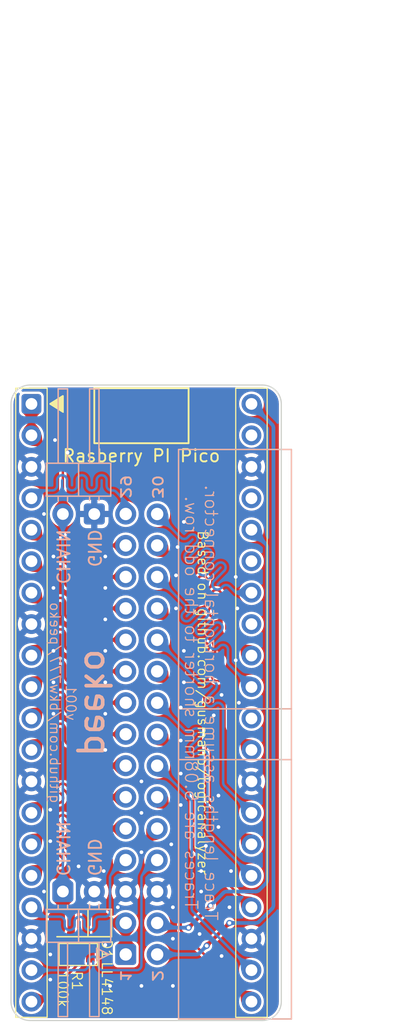
<source format=kicad_pcb>
(kicad_pcb (version 20240108) (generator "pcbnew") (generator_version "8.0")
  (title_block (title "peeko") (date "2024-09-18") (rev "001") (comment 1 "github.com/bkw777/peeko"))
  (layers (0 "F.Cu" signal) (31 "B.Cu" signal) (34 "B.Paste" user) (35 "F.Paste" user) (36 "B.SilkS" user "B.Silkscreen") (37 "F.SilkS" user "F.Silkscreen") (38 "B.Mask" user) (39 "F.Mask" user) (44 "Edge.Cuts" user))
  (net 0 "")
  (net 1 "/CHAIN")
  (net 2 "/TRIGGER")
  (net 3 "GND")
  (net 4 "/CH22")
  (net 5 "/CH6")
  (net 6 "/CH9")
  (net 7 "/CH11")
  (net 8 "/CH2")
  (net 9 "/CH13")
  (net 10 "/CH0")
  (net 11 "/CH23")
  (net 12 "/CH3")
  (net 13 "/CH21")
  (net 14 "/CH17")
  (net 15 "/CH7")
  (net 16 "/CH1")
  (net 17 "/CH4")
  (net 18 "/CH20")
  (net 19 "/CH8")
  (net 20 "/CH18")
  (net 21 "/CH16")
  (net 22 "/CH15")
  (net 23 "/CH10")
  (net 24 "/CH5")
  (net 25 "/CH12")
  (net 29 "/CH14")
  (net 32 "/CH19")
  (net 33 "+3V3")
  (net 34 "+5V")
  (footprint "000_LOCAL:DIP_40_700" (layer "F.Cu") (at 152.4 107.95)
    (property "Reference" "J1" (hide yes))
    (property "Value" "Rasberry PI Pico")
  )
  (footprint "000_LOCAL:D_MiniMELF" (layer "F.Cu") (at 147.32 125.73 180)
    (property "Reference" "D1")
    (property "Value" "LL4148")
  )
  (footprint "000_LOCAL:R_0805" (layer "F.Cu") (at 147.32 128.27 180)
    (property "Reference" "R1")
    (property "Value" "100k")
  )
  (footprint "000_LOCAL:PinHeader_1x02_P2.54mm_Horizontal" (layer "B.Cu") (at 146.05 123.19 -90)
    (property "Reference" "J3" (hide yes))
    (property "Value" "Conn_01x02_Pin")
  )
  (footprint "000_LOCAL:PinHeader_1x02_P2.54mm_Horizontal" (layer "B.Cu") (at 148.59 92.71 90)
    (property "Reference" "J4" (hide yes))
    (property "Value" "Conn_01x02_Pin")
  )
  (footprint "Connector_IDC:IDC-Header_2x15_P2.54mm_Horizontal" (layer "B.Cu") (at 151.13 128.27)
    (property "Reference" "J2" (hide yes))
    (property "Value" "Conn_02x15_Odd_Even")
  )
  (gr_poly (pts (xy 145.034 83.82) (xy 146.05 83.185) (xy 146.05 84.455)) (stroke (width 0.15)) (fill solid) (layer "F.SilkS"))
  (gr_rect (start 148.59 82.55) (end 156.21 86.995) (stroke (width 0.15)) (fill none) (layer "F.SilkS"))
  (gr_line (start 143.383 133.604) (end 162.179 133.604) (stroke (width 0.1)) (layer "Edge.Cuts"))
  (gr_arc (start 143.383 133.604) (mid 142.305369 133.157631) (end 141.859 132.08) (stroke (width 0.1)) (layer "Edge.Cuts"))
  (gr_line (start 141.859 83.82) (end 141.859 132.08) (stroke (width 0.1)) (layer "Edge.Cuts"))
  (gr_arc (start 163.703 132.08) (mid 163.256631 133.157631) (end 162.179 133.604) (stroke (width 0.1)) (layer "Edge.Cuts"))
  (gr_arc (start 141.859 83.82) (mid 142.305369 82.742369) (end 143.383 82.296) (stroke (width 0.1)) (layer "Edge.Cuts"))
  (gr_line (start 162.179 82.296) (end 143.383 82.296) (stroke (width 0.1)) (layer "Edge.Cuts"))
  (gr_arc (start 162.179 82.296) (mid 163.256631 82.742369) (end 163.703 83.82) (stroke (width 0.1)) (layer "Edge.Cuts"))
  (gr_line (start 163.703 132.08) (end 163.703 83.82) (stroke (width 0.1)) (layer "Edge.Cuts"))
  (gr_text "CHAIN" (at 146.05 93.853 270) (layer "B.SilkS") (effects (font (size 1 1)) (justify right mirror)))
  (gr_text "GND" (at 148.59 122.047 270) (layer "B.SilkS") (effects (font (size 1 1)) (justify left mirror)))
  (gr_text "v${REVISION}\n${COMMENT1}" (at 146.05 107.95 270) (layer "B.SilkS") (effects (font (size 0.8 0.8) (thickness 0.1)) (justify mirror)))
  (gr_text "${TITLE}" (at 148.844 107.95 270) (layer "B.SilkS") (effects (font (size 2 2) (thickness 0.3)) (justify mirror)))
  (gr_text "GND" (at 148.59 93.853 270) (layer "B.SilkS") (effects (font (size 1 1)) (justify right mirror)))
  (gr_text "30\n\n29" (at 152.4 91.567 270) (layer "B.SilkS") (effects (font (size 0.8 1)) (justify left mirror)))
  (gr_text "CHAIN" (at 146.05 122.047 -90) (layer "B.SilkS") (effects (font (size 1 1)) (justify left mirror)))
  (gr_text "2\n\n1" (at 152.4 129.413 270) (layer "B.SilkS") (effects (font (size 0.8 1)) (justify right mirror)))
  (gr_text "Trace lengths assume a horizontal connector.\nTraces are 5.08mm shorter to the odd row." (at 155.829 107.95 270) (layer "B.SilkS") (effects (font (size 1 1) (thickness 0.1)) (justify bottom mirror)))
  (gr_text "Based on github.com/gusmanb/logicanalyzer" (at 157.353 107.95 270) (layer "F.SilkS") (effects (font (size 0.8 0.8) (thickness 0.1))))
  (segment (start 146.05 125.25) (end 145.57 125.73) (width 0.2) (layer "F.Cu") (net 1))
  (segment (start 146.05 89.065685) (end 146.05 92.71) (width 0.2) (layer "F.Cu") (net 1))
  (segment (start 143.51 86.36) (end 143.51 83.82) (width 0.2) (layer "F.Cu") (net 1))
  (segment (start 143.51 86.36) (end 145.932843 88.782843) (width 0.2) (layer "F.Cu") (net 1))
  (segment (start 146.05 123.19) (end 146.05 125.25) (width 0.2) (layer "F.Cu") (net 1))
  (arc (start 146.05 89.065685) (mid 146.019552 88.912612) (end 145.932843 88.782843) (width 0.2) (layer "F.Cu") (net 1))
  (segment (start 146.05 92.71) (end 146.05 123.19) (width 0.2) (layer "B.Cu") (net 1))
  (segment (start 148.59 127.9125) (end 148.59 126.21) (width 0.2) (layer "F.Cu") (net 2))
  (segment (start 148.2325 128.27) (end 148.59 127.9125) (width 0.2) (layer "F.Cu") (net 2))
  (segment (start 149.07 125.73) (end 151.13 125.73) (width 0.2) (layer "F.Cu") (net 2))
  (segment (start 148.59 126.21) (end 149.07 125.73) (width 0.2) (layer "F.Cu") (net 2))
  (segment (start 151.13 125.73) (end 151.13 128.27) (width 0.2) (layer "F.Cu") (net 2))
  (via (at 149.479 96.139) (size 0.5) (drill 0.3) (layers "F.Cu" "B.Cu") (net 3))
  (via (at 149.352 121.539) (size 0.5) (drill 0.3) (layers "F.Cu" "B.Cu") (net 3))
  (via (at 144.526 123.19) (size 0.5) (drill 0.3) (layers "F.Cu" "B.Cu") (net 3))
  (via (at 145.034 116.586) (size 0.5) (drill 0.3) (layers "F.Cu" "B.Cu") (net 3))
  (via (at 160.147 100.33) (size 0.5) (drill 0.3) (layers "F.Cu" "B.Cu") (net 3))
  (via (at 146.431 87.757) (size 0.5) (drill 0.3) (layers "F.Cu" "B.Cu") (net 3))
  (via (at 160.02 97.79) (size 0.5) (drill 0.3) (layers "F.Cu" "B.Cu") (net 3))
  (via (at 157.607 119.507) (size 0.5) (drill 0.3) (layers "F.Cu" "B.Cu") (net 3))
  (via (at 157.226 123.19) (size 0.5) (drill 0.3) (layers "F.Cu" "B.Cu") (net 3))
  (via (at 158.877 107.315) (size 0.5) (drill 0.3) (layers "F.Cu" "B.Cu") (net 3))
  (via (at 152.4 114.3) (size 0.5) (drill 0.3) (layers "F.Cu" "B.Cu") (net 3))
  (via (at 149.479 111.76) (size 0.5) (drill 0.3) (layers "F.Cu" "B.Cu") (net 3))
  (via (at 155.829 103.759) (size 0.5) (drill 0.3) (layers "F.Cu" "B.Cu") (net 3))
  (via (at 145.034 128.27) (size 0.5) (drill 0.3) (layers "F.Cu" "B.Cu") (net 3))
  (via (at 155.194 97.663) (size 0.5) (drill 0.3) (layers "F.Cu" "B.Cu") (net 3))
  (via (at 149.479 98.679) (size 0.5) (drill 0.3) (layers "F.Cu" "B.Cu") (net 3))
  (via (at 154.94 130.81) (size 0.5) (drill 0.3) (layers "F.Cu" "B.Cu") (net 3))
  (via (at 149.479 106.299) (size 0.5) (drill 0.3) (layers "F.Cu" "B.Cu") (net 3))
  (via (at 155.575 110.998) (size 0.5) (drill 0.3) (layers "F.Cu" "B.Cu") (net 3))
  (via (at 152.4 116.84) (size 0.5) (drill 0.3) (layers "F.Cu" "B.Cu") (net 3))
  (via (at 145.288 98.679) (size 0.5) (drill 0.3) (layers "F.Cu" "B.Cu") (net 3))
  (via (at 145.288 103.759) (size 0.5) (drill 0.3) (layers "F.Cu" "B.Cu") (net 3))
  (via (at 155.575 113.665) (size 0.5) (drill 0.3) (layers "F.Cu" "B.Cu") (net 3))
  (via (at 158.877 128.397) (size 0.5) (drill 0.3) (layers "F.Cu" "B.Cu") (net 3))
  (via (at 160.274 107.95) (size 0.5) (drill 0.3) (layers "F.Cu" "B.Cu") (net 3))
  (via (at 155.194 100.33) (size 0.5) (drill 0.3) (layers "F.Cu" "B.Cu") (net 3))
  (via (at 149.479 127.508) (size 0.5) (drill 0.3) (layers "F.Cu" "B.Cu") (net 3))
  (via (at 145.288 96.139) (size 0.5) (drill 0.3) (layers "F.Cu" "B.Cu") (net 3))
  (via (at 159.639 121.539) (size 0.5) (drill 0.3) (layers "F.Cu" "B.Cu") (net 3))
  (via (at 157.099 126.619) (size 0.5) (drill 0.3) (layers "F.Cu" "B.Cu") (net 3))
  (via (at 149.479 101.219) (size 0.5) (drill 0.3) (layers "F.Cu" "B.Cu") (net 3))
  (via (at 144.526 92.71) (size 0.5) (drill 0.3) (layers "F.Cu" "B.Cu") (net 3))
  (via (at 155.321 95.377) (size 0.5) (drill 0.3) (layers "F.Cu" "B.Cu") (net 3))
  (via (at 145.034 130.302) (size 0.5) (drill 0.3) (layers "F.Cu" "B.Cu") (net 3))
  (via (at 154.813 119.38) (size 0.5) (drill 0.3) (layers "F.Cu" "B.Cu") (net 3))
  (via (at 160.02 104.521) (size 0.5) (drill 0.3) (layers "F.Cu" "B.Cu") (net 3))
  (via (at 154.94 127) (size 0.5) (drill 0.3) (layers "F.Cu" "B.Cu") (net 3))
  (via (at 155.575 116.205) (size 0.5) (drill 0.3) (layers "F.Cu" "B.Cu") (net 3))
  (via (at 157.226 121.539) (size 0.5) (drill 0.3) (layers "F.Cu" "B.Cu") (net 3))
  (via (at 155.829 93.345) (size 0.5) (drill 0.3) (layers "F.Cu" "B.Cu") (net 3))
  (via (at 145.415 86.741) (size 0.5) (drill 0.3) (layers "F.Cu" "B.Cu") (net 3))
  (via (at 150.495 124.46) (size 0.5) (drill 0.3) (layers "F.Cu" "B.Cu") (net 3))
  (via (at 145.288 108.839) (size 0.5) (drill 0.3) (layers "F.Cu" "B.Cu") (net 3))
  (via (at 147.32 121.158) (size 0.5) (drill 0.3) (layers "F.Cu" "B.Cu") (net 3))
  (via (at 149.479 103.759) (size 0.5) (drill 0.3) (layers "F.Cu" "B.Cu") (net 3))
  (via (at 149.86 130.81) (size 0.5) (drill 0.3) (layers "F.Cu" "B.Cu") (net 3))
  (via (at 158.623 117.983) (size 0.5) (drill 0.3) (layers "F.Cu" "B.Cu") (net 3))
  (via (at 145.034 119.126) (size 0.5) (drill 0.3) (layers "F.Cu" "B.Cu") (net 3))
  (via (at 158.242 108.966) (size 0.5) (drill 0.3) (layers "F.Cu" "B.Cu") (net 3))
  (via (at 154.94 124.46) (size 0.5) (drill 0.3) (layers "F.Cu" "B.Cu") (net 3))
  (via (at 152.4 130.81) (size 0.5) (drill 0.3) (layers "F.Cu" "B.Cu") (net 3))
  (via (at 149.479 108.839) (size 0.5) (drill 0.3) (layers "F.Cu" "B.Cu") (net 3))
  (via (at 145.288 106.299) (size 0.5) (drill 0.3) (layers "F.Cu" "B.Cu") (net 3))
  (via (at 155.829 106.299) (size 0.5) (drill 0.3) (layers "F.Cu" "B.Cu") (net 3))
  (via (at 152.4 120.015) (size 0.5) (drill 0.3) (layers "F.Cu" "B.Cu") (net 3))
  (via (at 158.623 115.443) (size 0.5) (drill 0.3) (layers "F.Cu" "B.Cu") (net 3))
  (via (at 159.512 124.46) (size 0.5) (drill 0.3) (layers "F.Cu" "B.Cu") (net 3))
  (via (at 155.575 108.331) (size 0.5) (drill 0.3) (layers "F.Cu" "B.Cu") (net 3))
  (segment (start 158.055503 100.203001) (end 158.338346 99.920158) (width 0.2) (layer "F.Cu") (net 4))
  (segment (start 155.365991 96.947803) (end 153.67 95.251812) (width 0.2) (layer "F.Cu") (net 4))
  (segment (start 159.186897 100.768709) (end 159.186876 100.768688) (width 0.2) (layer "F.Cu") (net 4))
  (segment (start 156.358439 98.505936) (end 156.239798 98.624577) (width 0.2) (layer "F.Cu") (net 4))
  (segment (start 158.62119 100.768688) (end 158.502539 100.887336) (width 0.2) (layer "F.Cu") (net 4))
  (segment (start 158.174169 98.952961) (end 157.772658 99.354471) (width 0.2) (layer "F.Cu") (net 4))
  (segment (start 158.338345 99.920157) (end 158.739855 99.518646) (width 0.2) (layer "F.Cu") (net 4))
  (segment (start 157.936853 100.32165) (end 158.055503 100.203001) (width 0.2) (layer "F.Cu") (net 4))
  (segment (start 156.805497 99.190259) (end 157.206971 98.788782) (width 0.2) (layer "F.Cu") (net 4))
  (segment (start 155.792754 97.374566) (end 155.365991 96.947803) (width 0.2) (layer "F.Cu") (net 4))
  (segment (start 159.267842 101.952157) (end 159.267842 101.263972) (width 0.2) (layer "F.Cu") (net 4))
  (segment (start 157.772658 99.35447) (end 157.371181 99.755944) (width 0.2) (layer "F.Cu") (net 4))
  (segment (start 157.042772 97.821607) (end 156.641283 98.223095) (width 0.2) (layer "F.Cu") (net 4))
  (segment (start 157.20697 98.788782) (end 157.608458 98.387293) (width 0.2) (layer "F.Cu") (net 4))
  (segment (start 157.772658 99.354471) (end 157.772658 99.35447) (width 0.2) (layer "F.Cu") (net 4))
  (segment (start 159.267842 101.263972) (end 159.267842 101.013527) (width 0.2) (layer "F.Cu") (net 4))
  (segment (start 158.338346 99.920158) (end 158.338345 99.920157) (width 0.2) (layer "F.Cu") (net 4))
  (segment (start 156.641283 98.223095) (end 156.358439 98.505936) (width 0.2) (layer "F.Cu") (net 4))
  (segment (start 155.792753 97.374564) (end 155.792754 97.374566) (width 0.2) (layer "F.Cu") (net 4))
  (segment (start 161.29 104.14) (end 159.385 102.235) (width 0.2) (layer "F.Cu") (net 4))
  (segment (start 153.67 95.251812) (end 153.67 95.25) (width 0.2) (layer "F.Cu") (net 4))
  (segment (start 157.206971 98.788782) (end 157.20697 98.788782) (width 0.2) (layer "F.Cu") (net 4))
  (segment (start 155.674112 98.058891) (end 155.792754 97.94025) (width 0.2) (layer "F.Cu") (net 4))
  (arc (start 157.608458 98.387293) (mid 157.725615 98.10445) (end 157.608458 97.821607) (width 0.2) (layer "F.Cu") (net 4))
  (arc (start 157.936853 100.887336) (mid 157.819696 100.604493) (end 157.936853 100.32165) (width 0.2) (layer "F.Cu") (net 4))
  (arc (start 156.239798 98.624577) (mid 155.956955 98.741734) (end 155.674112 98.624577) (width 0.2) (layer "F.Cu") (net 4))
  (arc (start 159.186876 100.768688) (mid 158.904033 100.651531) (end 158.62119 100.768688) (width 0.2) (layer "F.Cu") (net 4))
  (arc (start 158.739855 99.518646) (mid 158.857012 99.235803) (end 158.739855 98.952961) (width 0.2) (layer "F.Cu") (net 4))
  (arc (start 155.792754 97.94025) (mid 155.909911 97.657407) (end 155.792753 97.374564) (width 0.2) (layer "F.Cu") (net 4))
  (arc (start 157.608458 97.821607) (mid 157.325615 97.70445) (end 157.042772 97.821607) (width 0.2) (layer "F.Cu") (net 4))
  (arc (start 157.371181 99.755944) (mid 157.088338 99.873101) (end 156.805497 99.755945) (width 0.2) (layer "F.Cu") (net 4))
  (arc (start 156.805497 99.755945) (mid 156.68834 99.473102) (end 156.805497 99.190259) (width 0.2) (layer "F.Cu") (net 4))
  (arc (start 158.739855 98.952961) (mid 158.457012 98.835804) (end 158.174169 98.952961) (width 0.2) (layer "F.Cu") (net 4))
  (arc (start 159.385 102.235) (mid 159.298291 102.105231) (end 159.267842 101.952157) (width 0.2) (layer "F.Cu") (net 4))
  (arc (start 155.674112 98.624577) (mid 155.556955 98.341734) (end 155.674112 98.058891) (width 0.2) (layer "F.Cu") (net 4))
  (arc (start 159.267842 101.013527) (mid 159.24661 100.884954) (end 159.186897 100.768709) (width 0.2) (layer "F.Cu") (net 4))
  (arc (start 158.502539 100.887336) (mid 158.219696 101.004493) (end 157.936853 100.887336) (width 0.2) (layer "F.Cu") (net 4))
  (segment (start 146.234 107.55) (end 146.234 107.95) (width 0.2) (layer "F.Cu") (net 5))
  (segment (start 145.434 107.55) (end 145.434 107.501857) (width 0.2) (layer "F.Cu") (net 5))
  (segment (start 147.834 107.501857) (end 147.834 107.95) (width 0.2) (layer "F.Cu") (net 5))
  (segment (start 149.434 107.501857) (end 149.434 107.55) (width 0.2) (layer "F.Cu") (net 5))
  (segment (start 148.634 107.55) (end 148.634 107.501857) (width 0.2) (layer "F.Cu") (net 5))
  (segment (start 143.51 109.22) (end 144.662842 108.067158) (width 0.2) (layer "F.Cu") (net 5))
  (segment (start 146.234 107.95) (end 146.234 108.398143) (width 0.2) (layer "F.Cu") (net 5))
  (segment (start 147.034 107.95) (end 147.034 107.501857) (width 0.2) (layer "F.Cu") (net 5))
  (segment (start 147.834 107.95) (end 147.834 108.398143) (width 0.2) (layer "F.Cu") (net 5))
  (segment (start 148.634 107.95) (end 148.634 107.55) (width 0.2) (layer "F.Cu") (net 5))
  (segment (start 144.945685 107.95) (end 145.034 107.95) (width 0.2) (layer "F.Cu") (net 5))
  (segment (start 148.634 108.398143) (end 148.634 107.95) (width 0.2) (layer "F.Cu") (net 5))
  (segment (start 147.034 108.398143) (end 147.034 107.95) (width 0.2) (layer "F.Cu") (net 5))
  (segment (start 150.241 107.95) (end 151.13 107.95) (width 0.2) (layer "F.Cu") (net 5))
  (segment (start 146.234 107.501857) (end 146.234 107.55) (width 0.2) (layer "F.Cu") (net 5))
  (segment (start 149.834 107.95) (end 150.241 107.95) (width 0.2) (layer "F.Cu") (net 5))
  (arc (start 147.834 108.398143) (mid 147.951157 108.680986) (end 148.234 108.798143) (width 0.2) (layer "F.Cu") (net 5))
  (arc (start 145.434 107.501857) (mid 145.551157 107.219014) (end 145.834 107.101857) (width 0.2) (layer "F.Cu") (net 5))
  (arc (start 145.834 107.101857) (mid 146.116843 107.219014) (end 146.234 107.501857) (width 0.2) (layer "F.Cu") (net 5))
  (arc (start 146.234 108.398143) (mid 146.351157 108.680986) (end 146.634 108.798143) (width 0.2) (layer "F.Cu") (net 5))
  (arc (start 149.434 107.55) (mid 149.551157 107.832843) (end 149.834 107.95) (width 0.2) (layer "F.Cu") (net 5))
  (arc (start 147.034 107.501857) (mid 147.151157 107.219014) (end 147.434 107.101857) (width 0.2) (layer "F.Cu") (net 5))
  (arc (start 146.634 108.798143) (mid 146.916843 108.680986) (end 147.034 108.398143) (width 0.2) (layer "F.Cu") (net 5))
  (arc (start 144.662842 108.067158) (mid 144.792611 107.980448) (end 144.945685 107.95) (width 0.2) (layer "F.Cu") (net 5))
  (arc (start 148.234 108.798143) (mid 148.516843 108.680986) (end 148.634 108.398143) (width 0.2) (layer "F.Cu") (net 5))
  (arc (start 148.634 107.501857) (mid 148.751157 107.219014) (end 149.034 107.101857) (width 0.2) (layer "F.Cu") (net 5))
  (arc (start 147.434 107.101857) (mid 147.716843 107.219014) (end 147.834 107.501857) (width 0.2) (layer "F.Cu") (net 5))
  (arc (start 149.034 107.101857) (mid 149.316843 107.219014) (end 149.434 107.501857) (width 0.2) (layer "F.Cu") (net 5))
  (arc (start 145.034 107.95) (mid 145.316843 107.832843) (end 145.434 107.55) (width 0.2) (layer "F.Cu") (net 5))
  (segment (start 147.161614 116.843038) (end 146.887129 116.568553) (width 0.2) (layer "F.Cu") (net 6))
  (segment (start 146.887129 116.002868) (end 146.88713 116.002869) (width 0.2) (layer "F.Cu") (net 6))
  (segment (start 143.51 119.38) (end 144.607991 118.282009) (width 0.2) (layer "F.Cu") (net 6))
  (segment (start 144.607991 118.282009) (end 144.624389 118.265611) (width 0.2) (layer "F.Cu") (net 6))
  (segment (start 151.13 115.57) (end 151.128189 115.568189) (width 0.2) (layer "F.Cu") (net 6))
  (segment (start 143.51 119.378188) (end 143.51 119.38) (width 0.2) (layer "F.Cu") (net 6))
  (segment (start 145.190074 118.265611) (end 145.393883 118.46942) (width 0.2) (layer "F.Cu") (net 6))
  (segment (start 150.008275 115.57) (end 151.13 115.57) (width 0.2) (layer "F.Cu") (net 6))
  (segment (start 146.88713 116.002869) (end 147.202843 115.687157) (width 0.2) (layer "F.Cu") (net 6))
  (segment (start 149.235655 116.608163) (end 149.235655 115.97) (width 0.2) (layer "F.Cu") (net 6))
  (segment (start 149.635655 115.57) (end 150.008275 115.57) (width 0.2) (layer "F.Cu") (net 6))
  (segment (start 145.755758 117.134239) (end 145.755759 117.13424) (width 0.2) (layer "F.Cu") (net 6))
  (segment (start 146.321445 117.13424) (end 146.595929 117.408724) (width 0.2) (layer "F.Cu") (net 6))
  (segment (start 145.755759 117.13424) (end 145.75576 117.13424) (width 0.2) (layer "F.Cu") (net 6))
  (segment (start 148.435655 115.97) (end 148.435655 116.608163) (width 0.2) (layer "F.Cu") (net 6))
  (segment (start 147.485685 115.57) (end 148.035655 115.57) (width 0.2) (layer "F.Cu") (net 6))
  (segment (start 145.959568 117.903734) (end 145.755758 117.699924) (width 0.2) (layer "F.Cu") (net 6))
  (arc (start 146.887129 116.568553) (mid 146.769971 116.285711) (end 146.887129 116.002868) (width 0.2) (layer "F.Cu") (net 6))
  (arc (start 145.755758 117.699924) (mid 145.6386 117.417082) (end 145.755758 117.134239) (width 0.2) (layer "F.Cu") (net 6))
  (arc (start 145.393883 118.46942) (mid 145.676726 118.586577) (end 145.959568 118.46942) (width 0.2) (layer "F.Cu") (net 6))
  (arc (start 146.595929 117.408724) (mid 146.878772 117.525881) (end 147.161614 117.408724) (width 0.2) (layer "F.Cu") (net 6))
  (arc (start 147.161614 117.408724) (mid 147.278771 117.125881) (end 147.161614 116.843038) (width 0.2) (layer "F.Cu") (net 6))
  (arc (start 148.035655 115.57) (mid 148.318498 115.687157) (end 148.435655 115.97) (width 0.2) (layer "F.Cu") (net 6))
  (arc (start 147.202843 115.687157) (mid 147.332612 115.600448) (end 147.485685 115.57) (width 0.2) (layer "F.Cu") (net 6))
  (arc (start 148.435655 116.608163) (mid 148.552812 116.891006) (end 148.835655 117.008163) (width 0.2) (layer "F.Cu") (net 6))
  (arc (start 149.235655 115.97) (mid 149.352812 115.687157) (end 149.635655 115.57) (width 0.2) (layer "F.Cu") (net 6))
  (arc (start 145.959568 118.46942) (mid 146.076725 118.186577) (end 145.959568 117.903734) (width 0.2) (layer "F.Cu") (net 6))
  (arc (start 148.835655 117.008163) (mid 149.118498 116.891006) (end 149.235655 116.608163) (width 0.2) (layer "F.Cu") (net 6))
  (arc (start 145.75576 117.13424) (mid 146.038602 117.017083) (end 146.321445 117.13424) (width 0.2) (layer "F.Cu") (net 6))
  (arc (start 144.624389 118.265611) (mid 144.907231 118.148454) (end 145.190074 118.265611) (width 0.2) (layer "F.Cu") (net 6))
  (segment (start 147.796 125.622) (end 147.796 125.909175) (width 0.2) (layer "B.Cu") (net 7))
  (segment (start 146.996 125.909154) (end 146.996 125.622) (width 0.2) (layer "B.Cu") (net 7))
  (segment (start 148.596 125.909175) (end 148.596 125.622) (width 0.2) (layer "B.Cu") (net 7))
  (segment (start 148.998897 125.222) (end 149.46 125.222) (width 0.2) (layer "B.Cu") (net 7))
  (segment (start 148.996 125.222) (end 148.998897 125.222) (width 0.2) (layer "B.Cu") (net 7))
  (segment (start 144.272 125.222) (end 145.796 125.222) (width 0.2) (layer "B.Cu") (net 7))
  (segment (start 149.86 124.822) (end 149.86 122.085685) (width 0.2) (layer "B.Cu") (net 7))
  (segment (start 149.977157 121.802843) (end 151.13 120.65) (width 0.2) (layer "B.Cu") (net 7))
  (segment (start 146.196 125.622) (end 146.196 125.909154) (width 0.2) (layer "B.Cu") (net 7))
  (segment (start 143.51 124.46) (end 144.272 125.222) (width 0.2) (layer "B.Cu") (net 7))
  (arc (start 147.396 125.222) (mid 147.678843 125.339157) (end 147.796 125.622) (width 0.2) (layer "B.Cu") (net 7))
  (arc (start 149.46 125.222) (mid 149.742843 125.104843) (end 149.86 124.822) (width 0.2) (layer "B.Cu") (net 7))
  (arc (start 148.196 126.309175) (mid 148.478843 126.192018) (end 148.596 125.909175) (width 0.2) (layer "B.Cu") (net 7))
  (arc (start 148.596 125.622) (mid 148.713157 125.339157) (end 148.996 125.222) (width 0.2) (layer "B.Cu") (net 7))
  (arc (start 146.196 125.909154) (mid 146.313157 126.191997) (end 146.596 126.309154) (width 0.2) (layer "B.Cu") (net 7))
  (arc (start 146.596 126.309154) (mid 146.878843 126.191997) (end 146.996 125.909154) (width 0.2) (layer "B.Cu") (net 7))
  (arc (start 145.796 125.222) (mid 146.078843 125.339157) (end 146.196 125.622) (width 0.2) (layer "B.Cu") (net 7))
  (arc (start 149.86 122.085685) (mid 149.890448 121.932612) (end 149.977157 121.802843) (width 0.2) (layer "B.Cu") (net 7))
  (arc (start 146.996 125.622) (mid 147.113157 125.339157) (end 147.396 125.222) (width 0.2) (layer "B.Cu") (net 7))
  (arc (start 147.796 125.909175) (mid 147.913157 126.192018) (end 148.196 126.309175) (width 0.2) (layer "B.Cu") (net 7))
  (segment (start 149.434 97.341857) (end 149.434 97.39) (width 0.2) (layer "F.Cu") (net 8))
  (segment (start 143.51 96.52) (end 144.662842 97.672842) (width 0.2) (layer "F.Cu") (net 8))
  (segment (start 146.234 97.341857) (end 146.234 97.39) (width 0.2) (layer "F.Cu") (net 8))
  (segment (start 148.634 97.39) (end 148.634 97.341857) (width 0.2) (layer "F.Cu") (net 8))
  (segment (start 150.241 97.79) (end 151.13 97.79) (width 0.2) (layer "F.Cu") (net 8))
  (segment (start 145.434 97.39) (end 145.434 97.341857) (width 0.2) (layer "F.Cu") (net 8))
  (segment (start 144.945685 97.79) (end 145.034 97.79) (width 0.2) (layer "F.Cu") (net 8))
  (segment (start 146.234 97.39) (end 146.234 97.79) (width 0.2) (layer "F.Cu") (net 8))
  (segment (start 148.634 98.238143) (end 148.634 97.79) (width 0.2) (layer "F.Cu") (net 8))
  (segment (start 148.634 97.79) (end 148.634 97.39) (width 0.2) (layer "F.Cu") (net 8))
  (segment (start 147.834 97.341857) (end 147.834 97.79) (width 0.2) (layer "F.Cu") (net 8))
  (segment (start 149.834 97.79) (end 150.241 97.79) (width 0.2) (layer "F.Cu") (net 8))
  (segment (start 147.034 98.238143) (end 147.034 97.79) (width 0.2) (layer "F.Cu") (net 8))
  (segment (start 146.234 97.79) (end 146.234 98.238143) (width 0.2) (layer "F.Cu") (net 8))
  (segment (start 147.834 97.79) (end 147.834 98.238143) (width 0.2) (layer "F.Cu") (net 8))
  (segment (start 147.034 97.79) (end 147.034 97.341857) (width 0.2) (layer "F.Cu") (net 8))
  (arc (start 147.434 96.941857) (mid 147.716843 97.059014) (end 147.834 97.341857) (width 0.2) (layer "F.Cu") (net 8))
  (arc (start 148.634 97.341857) (mid 148.751157 97.059014) (end 149.034 96.941857) (width 0.2) (layer "F.Cu") (net 8))
  (arc (start 146.234 98.238143) (mid 146.351157 98.520986) (end 146.634 98.638143) (width 0.2) (layer "F.Cu") (net 8))
  (arc (start 145.034 97.79) (mid 145.316843 97.672843) (end 145.434 97.39) (width 0.2) (layer "F.Cu") (net 8))
  (arc (start 146.634 98.638143) (mid 146.916843 98.520986) (end 147.034 98.238143) (width 0.2) (layer "F.Cu") (net 8))
  (arc (start 145.834 96.941857) (mid 146.116843 97.059014) (end 146.234 97.341857) (width 0.2) (layer "F.Cu") (net 8))
  (arc (start 149.434 97.39) (mid 149.551157 97.672843) (end 149.834 97.79) (width 0.2) (layer "F.Cu") (net 8))
  (arc (start 145.434 97.341857) (mid 145.551157 97.059014) (end 145.834 96.941857) (width 0.2) (layer "F.Cu") (net 8))
  (arc (start 144.662842 97.672842) (mid 144.792611 97.759552) (end 144.945685 97.79) (width 0.2) (layer "F.Cu") (net 8))
  (arc (start 147.834 98.238143) (mid 147.951157 98.520986) (end 148.234 98.638143) (width 0.2) (layer "F.Cu") (net 8))
  (arc (start 149.034 96.941857) (mid 149.316843 97.059014) (end 149.434 97.341857) (width 0.2) (layer "F.Cu") (net 8))
  (arc (start 147.034 97.341857) (mid 147.151157 97.059014) (end 147.434 96.941857) (width 0.2) (layer "F.Cu") (net 8))
  (arc (start 148.234 98.638143) (mid 148.516843 98.520986) (end 148.634 98.238143) (width 0.2) (layer "F.Cu") (net 8))
  (segment (start 143.51 132.08) (end 144.272 132.08) (width 0.2) (layer "F.Cu") (net 9))
  (segment (start 150.787685 119.38) (end 152.234315 119.38) (width 0.2) (layer "F.Cu") (net 9))
  (segment (start 152.517158 119.262842) (end 153.67 118.11) (width 0.2) (layer "F.Cu") (net 9))
  (segment (start 147.437158 122.564842) (end 150.504843 119.497157) (width 0.2) (layer "F.Cu") (net 9))
  (segment (start 147.32 128.866315) (end 147.32 122.847685) (width 0.2) (layer "F.Cu") (net 9))
  (segment (start 144.272 132.08) (end 147.202843 129.149157) (width 0.2) (layer "F.Cu") (net 9))
  (arc (start 147.202843 129.149157) (mid 147.289552 129.019388) (end 147.32 128.866315) (width 0.2) (layer "F.Cu") (net 9))
  (arc (start 152.234315 119.38) (mid 152.387389 119.349552) (end 152.517158 119.262842) (width 0.2) (layer "F.Cu") (net 9))
  (arc (start 150.787685 119.38) (mid 150.634612 119.410448) (end 150.504843 119.497157) (width 0.2) (layer "F.Cu") (net 9))
  (arc (start 147.32 122.847685) (mid 147.350448 122.694611) (end 147.437158 122.564842) (width 0.2) (layer "F.Cu") (net 9))
  (segment (start 144.145 90.805) (end 143.51 91.44) (width 0.2) (layer "B.Cu") (net 10))
  (segment (start 151.13 92.71) (end 151.13 91.694) (width 0.2) (layer "B.Cu") (net 10))
  (segment (start 146.387 90.405) (end 146.387 89.978308) (width 0.2) (layer "B.Cu") (net 10))
  (segment (start 150.075315 90.805) (end 149.987 90.805) (width 0.2) (layer "B.Cu") (net 10))
  (segment (start 149.587 90.405) (end 149.587 89.978308) (width 0.2) (layer "B.Cu") (net 10))
  (segment (start 145.587 89.978308) (end 145.587 90.405) (width 0.2) (layer "B.Cu") (net 10))
  (segment (start 144.78 90.805) (end 144.145 90.805) (width 0.2) (layer "B.Cu") (net 10))
  (segment (start 148.787 89.978308) (end 148.787 90.405) (width 0.2) (layer "B.Cu") (net 10))
  (segment (start 147.987 90.405) (end 147.987 89.978329) (width 0.2) (layer "B.Cu") (net 10))
  (segment (start 145.187 90.805) (end 144.78 90.805) (width 0.2) (layer "B.Cu") (net 10))
  (segment (start 151.13 91.694) (end 150.358157 90.922157) (width 0.2) (layer "B.Cu") (net 10))
  (segment (start 147.187 89.978329) (end 147.187 90.405) (width 0.2) (layer "B.Cu") (net 10))
  (arc (start 146.787 90.805) (mid 146.504157 90.687843) (end 146.387 90.405) (width 0.2) (layer "B.Cu") (net 10))
  (arc (start 145.987 89.578308) (mid 145.704157 89.695465) (end 145.587 89.978308) (width 0.2) (layer "B.Cu") (net 10))
  (arc (start 145.587 90.405) (mid 145.469843 90.687843) (end 145.187 90.805) (width 0.2) (layer "B.Cu") (net 10))
  (arc (start 147.987 89.978329) (mid 147.869843 89.695486) (end 147.587 89.578329) (width 0.2) (layer "B.Cu") (net 10))
  (arc (start 148.787 90.405) (mid 148.669843 90.687843) (end 148.387 90.805) (width 0.2) (layer "B.Cu") (net 10))
  (arc (start 147.587 89.578329) (mid 147.304157 89.695486) (end 147.187 89.978329) (width 0.2) (layer "B.Cu") (net 10))
  (arc (start 146.387 89.978308) (mid 146.269843 89.695465) (end 145.987 89.578308) (width 0.2) (layer "B.Cu") (net 10))
  (arc (start 147.187 90.405) (mid 147.069843 90.687843) (end 146.787 90.805) (width 0.2) (layer "B.Cu") (net 10))
  (arc (start 150.358157 90.922157) (mid 150.228388 90.835448) (end 150.075315 90.805) (width 0.2) (layer "B.Cu") (net 10))
  (arc (start 148.387 90.805) (mid 148.104157 90.687843) (end 147.987 90.405) (width 0.2) (layer "B.Cu") (net 10))
  (arc (start 149.987 90.805) (mid 149.704157 90.687843) (end 149.587 90.405) (width 0.2) (layer "B.Cu") (net 10))
  (arc (start 149.187 89.578308) (mid 148.904157 89.695465) (end 148.787 89.978308) (width 0.2) (layer "B.Cu") (net 10))
  (arc (start 149.587 89.978308) (mid 149.469843 89.695465) (end 149.187 89.578308) (width 0.2) (layer "B.Cu") (net 10))
  (segment (start 161.29 99.06) (end 160.02 99.06) (width 0.2) (layer "B.Cu") (net 11))
  (segment (start 156.411915 95.451915) (end 156.694757 95.169072) (width 0.2) (layer "B.Cu") (net 11))
  (segment (start 156.411916 95.451915) (end 156.411915 95.451915) (width 0.2) (layer "B.Cu") (net 11))
  (segment (start 157.543291 96.583291) (end 157.54329 96.58329) (width 0.2) (layer "B.Cu") (net 11))
  (segment (start 158.108978 97.148978) (end 157.697491 97.560462) (width 0.2) (layer "B.Cu") (net 11))
  (segment (start 158.674665 97.714665) (end 159.086136 97.303193) (width 0.2) (layer "B.Cu") (net 11))
  (segment (start 158.391823 97.997508) (end 158.674665 97.714666) (width 0.2) (layer "B.Cu") (net 11))
  (segment (start 155.563385 94.603386) (end 155.563386 94.603386) (width 0.2) (layer "B.Cu") (net 11))
  (segment (start 156.25775 94.474708) (end 156.129071 94.603386) (width 0.2) (layer "B.Cu") (net 11))
  (segment (start 156.977603 96.017603) (end 156.566087 96.429116) (width 0.2) (layer "B.Cu") (net 11))
  (segment (start 158.263161 98.126173) (end 158.391823 97.997508) (width 0.2) (layer "B.Cu") (net 11))
  (segment (start 157.3891 95.606108) (end 156.977603 96.017604) (width 0.2) (layer "B.Cu") (net 11))
  (segment (start 158.674665 97.714666) (end 158.674665 97.714665) (width 0.2) (layer "B.Cu") (net 11))
  (segment (start 156.694757 95.169072) (end 156.823436 95.040393) (width 0.2) (layer "B.Cu") (net 11))
  (segment (start 155.20191 94.24191) (end 153.67 92.71) (width 0.2) (layer "B.Cu") (net 11))
  (segment (start 160.02 99.06) (end 159.523196 98.563196) (width 0.2) (layer "B.Cu") (net 11))
  (segment (start 156.977603 96.017604) (end 156.977603 96.017603) (width 0.2) (layer "B.Cu") (net 11))
  (segment (start 155.563386 94.603386) (end 155.20191 94.24191) (width 0.2) (layer "B.Cu") (net 11))
  (segment (start 157.54329 96.58329) (end 157.954786 96.171793) (width 0.2) (layer "B.Cu") (net 11))
  (segment (start 158.52045 96.737507) (end 158.108978 97.148978) (width 0.2) (layer "B.Cu") (net 11))
  (segment (start 156.000403 95.863431) (end 156.411916 95.451915) (width 0.2) (layer "B.Cu") (net 11))
  (segment (start 158.95751 98.563196) (end 158.828845 98.691858) (width 0.2) (layer "B.Cu") (net 11))
  (segment (start 157.131805 96.994776) (end 157.543291 96.583291) (width 0.2) (layer "B.Cu") (net 11))
  (arc (start 157.954786 96.171793) (mid 158.071943 95.88895) (end 157.954786 95.606108) (width 0.2) (layer "B.Cu") (net 11))
  (arc (start 159.086136 96.737507) (mid 158.803293 96.62035) (end 158.52045 96.737507) (width 0.2) (layer "B.Cu") (net 11))
  (arc (start 159.086136 97.303193) (mid 159.203293 97.02035) (end 159.086136 96.737507) (width 0.2) (layer "B.Cu") (net 11))
  (arc (start 156.129071 94.603386) (mid 155.846228 94.720543) (end 155.563385 94.603386) (width 0.2) (layer "B.Cu") (net 11))
  (arc (start 157.697491 97.560462) (mid 157.414648 97.677619) (end 157.131805 97.560462) (width 0.2) (layer "B.Cu") (net 11))
  (arc (start 156.000403 96.429117) (mid 155.883246 96.146274) (end 156.000403 95.863431) (width 0.2) (layer "B.Cu") (net 11))
  (arc (start 156.823436 94.474708) (mid 156.540593 94.357551) (end 156.25775 94.474708) (width 0.2) (layer "B.Cu") (net 11))
  (arc (start 159.523196 98.563196) (mid 159.240353 98.446039) (end 158.95751 98.563196) (width 0.2) (layer "B.Cu") (net 11))
  (arc (start 157.131805 97.560462) (mid 157.014648 97.277619) (end 157.131805 96.994776) (width 0.2) (layer "B.Cu") (net 11))
  (arc (start 156.566087 96.429116) (mid 156.283244 96.546273) (end 156.000403 96.429117) (width 0.2) (layer "B.Cu") (net 11))
  (arc (start 157.954786 95.606108) (mid 157.671943 95.488951) (end 157.3891 95.606108) (width 0.2) (layer "B.Cu") (net 11))
  (arc (start 156.823436 95.040393) (mid 156.940593 94.75755) (end 156.823436 94.474708) (width 0.2) (layer "B.Cu") (net 11))
  (arc (start 158.263161 98.691859) (mid 158.146004 98.409016) (end 158.263161 98.126173) (width 0.2) (layer "B.Cu") (net 11))
  (arc (start 158.828845 98.691858) (mid 158.546002 98.809015) (end 158.263161 98.691859) (width 0.2) (layer "B.Cu") (net 11))
  (segment (start 144.945685 100.33) (end 145.034 100.33) (width 0.2) (layer "F.Cu") (net 12))
  (segment (start 147.034 100.778143) (end 147.034 100.33) (width 0.2) (layer "F.Cu") (net 12))
  (segment (start 147.834 99.881857) (end 147.834 100.33) (width 0.2) (layer "F.Cu") (net 12))
  (segment (start 143.51 99.06) (end 144.662842 100.212842) (width 0.2) (layer "F.Cu") (net 12))
  (segment (start 149.834 100.33) (end 150.241 100.33) (width 0.2) (layer "F.Cu") (net 12))
  (segment (start 146.234 100.33) (end 146.234 100.778143) (width 0.2) (layer "F.Cu") (net 12))
  (segment (start 148.634 100.33) (end 148.634 99.93) (width 0.2) (layer "F.Cu") (net 12))
  (segment (start 148.634 100.778143) (end 148.634 100.33) (width 0.2) (layer "F.Cu") (net 12))
  (segment (start 147.834 100.33) (end 147.834 100.778143) (width 0.2) (layer "F.Cu") (net 12))
  (segment (start 148.634 99.93) (end 148.634 99.881857) (width 0.2) (layer "F.Cu") (net 12))
  (segment (start 145.434 99.93) (end 145.434 99.881857) (width 0.2) (layer "F.Cu") (net 12))
  (segment (start 147.034 100.33) (end 147.034 99.881857) (width 0.2) (layer "F.Cu") (net 12))
  (segment (start 149.434 99.881857) (end 149.434 99.93) (width 0.2) (layer "F.Cu") (net 12))
  (segment (start 146.234 99.93) (end 146.234 100.33) (width 0.2) (layer "F.Cu") (net 12))
  (segment (start 150.241 100.33) (end 151.13 100.33) (width 0.2) (layer "F.Cu") (net 12))
  (segment (start 146.234 99.881857) (end 146.234 99.93) (width 0.2) (layer "F.Cu") (net 12))
  (arc (start 147.834 100.778143) (mid 147.951157 101.060986) (end 148.234 101.178143) (width 0.2) (layer "F.Cu") (net 12))
  (arc (start 148.234 101.178143) (mid 148.516843 101.060986) (end 148.634 100.778143) (width 0.2) (layer "F.Cu") (net 12))
  (arc (start 145.834 99.481857) (mid 146.116843 99.599014) (end 146.234 99.881857) (width 0.2) (layer "F.Cu") (net 12))
  (arc (start 149.434 99.93) (mid 149.551157 100.212843) (end 149.834 100.33) (width 0.2) (layer "F.Cu") (net 12))
  (arc (start 145.034 100.33) (mid 145.316843 100.212843) (end 145.434 99.93) (width 0.2) (layer "F.Cu") (net 12))
  (arc (start 146.634 101.178143) (mid 146.916843 101.060986) (end 147.034 100.778143) (width 0.2) (layer "F.Cu") (net 12))
  (arc (start 148.634 99.881857) (mid 148.751157 99.599014) (end 149.034 99.481857) (width 0.2) (layer "F.Cu") (net 12))
  (arc (start 144.662842 100.212842) (mid 144.792611 100.299552) (end 144.945685 100.33) (width 0.2) (layer "F.Cu") (net 12))
  (arc (start 149.034 99.481857) (mid 149.316843 99.599014) (end 149.434 99.881857) (width 0.2) (layer "F.Cu") (net 12))
  (arc (start 145.434 99.881857) (mid 145.551157 99.599014) (end 145.834 99.481857) (width 0.2) (layer "F.Cu") (net 12))
  (arc (start 147.434 99.481857) (mid 147.716843 99.599014) (end 147.834 99.881857) (width 0.2) (layer "F.Cu") (net 12))
  (arc (start 147.034 99.881857) (mid 147.151157 99.599014) (end 147.434 99.481857) (width 0.2) (layer "F.Cu") (net 12))
  (arc (start 146.234 100.778143) (mid 146.351157 101.060986) (end 146.634 101.178143) (width 0.2) (layer "F.Cu") (net 12))
  (segment (start 155.882025 100.002025) (end 155.453452 99.573452) (width 0.2) (layer "B.Cu") (net 13))
  (segment (start 157.296242 101.416241) (end 157.296241 101.416241) (width 0.2) (layer "B.Cu") (net 13))
  (segment (start 158.144774 102.830459) (end 158.427617 102.547616) (width 0.2) (layer "B.Cu") (net 13))
  (segment (start 155.882024 100.002024) (end 155.882025 100.002025) (width 0.2) (layer "B.Cu") (net 13))
  (segment (start 159.394843 104.619158) (end 159.394843 103.680528) (width 0.2) (layer "B.Cu") (net 13))
  (segment (start 161.29 106.68) (end 159.512 104.902) (width 0.2) (layer "B.Cu") (net 13))
  (segment (start 158.263452 101.580407) (end 157.861929 101.981929) (width 0.2) (layer "B.Cu") (net 13))
  (segment (start 155.763307 100.686426) (end 155.882024 100.56771) (width 0.2) (layer "B.Cu") (net 13))
  (segment (start 158.427616 102.547616) (end 158.829138 102.146093) (width 0.2) (layer "B.Cu") (net 13))
  (segment (start 155.453452 99.573452) (end 153.67 97.79) (width 0.2) (layer "B.Cu") (net 13))
  (segment (start 156.730554 100.850555) (end 156.730554 100.850554) (width 0.2) (layer "B.Cu") (net 13))
  (segment (start 157.296241 101.416241) (end 157.697788 101.014693) (width 0.2) (layer "B.Cu") (net 13))
  (segment (start 157.132102 100.449008) (end 156.730554 100.850555) (width 0.2) (layer "B.Cu") (net 13))
  (segment (start 156.894716 101.81777) (end 157.296242 101.416241) (width 0.2) (layer "B.Cu") (net 13))
  (segment (start 158.026108 102.949128) (end 158.144774 102.830459) (width 0.2) (layer "B.Cu") (net 13))
  (segment (start 156.44771 101.133395) (end 156.328993 101.252112) (width 0.2) (layer "B.Cu") (net 13))
  (segment (start 157.861929 101.981929) (end 157.4604 102.383455) (width 0.2) (layer "B.Cu") (net 13))
  (segment (start 158.427617 102.547616) (end 158.427616 102.547616) (width 0.2) (layer "B.Cu") (net 13))
  (segment (start 156.730554 100.850554) (end 156.44771 101.133395) (width 0.2) (layer "B.Cu") (net 13))
  (segment (start 158.710461 103.396147) (end 158.591792 103.514813) (width 0.2) (layer "B.Cu") (net 13))
  (segment (start 159.277685 103.397685) (end 159.276147 103.396147) (width 0.2) (layer "B.Cu") (net 13))
  (arc (start 157.4604 102.383455) (mid 157.177557 102.500612) (end 156.894716 102.383456) (width 0.2) (layer "B.Cu") (net 13))
  (arc (start 155.763307 101.252112) (mid 155.64615 100.969269) (end 155.763307 100.686426) (width 0.2) (layer "B.Cu") (net 13))
  (arc (start 159.512 104.902) (mid 159.425291 104.772231) (end 159.394843 104.619158) (width 0.2) (layer "B.Cu") (net 13))
  (arc (start 157.697788 101.014693) (mid 157.814945 100.73185) (end 157.697788 100.449008) (width 0.2) (layer "B.Cu") (net 13))
  (arc (start 158.829138 102.146093) (mid 158.946295 101.86325) (end 158.829138 101.580407) (width 0.2) (layer "B.Cu") (net 13))
  (arc (start 159.394843 103.680528) (mid 159.364395 103.527454) (end 159.277685 103.397685) (width 0.2) (layer "B.Cu") (net 13))
  (arc (start 158.026108 103.514814) (mid 157.908951 103.231971) (end 158.026108 102.949128) (width 0.2) (layer "B.Cu") (net 13))
  (arc (start 157.697788 100.449008) (mid 157.414945 100.331851) (end 157.132102 100.449008) (width 0.2) (layer "B.Cu") (net 13))
  (arc (start 159.276147 103.396147) (mid 158.993304 103.27899) (end 158.710461 103.396147) (width 0.2) (layer "B.Cu") (net 13))
  (arc (start 156.328993 101.252112) (mid 156.04615 101.369269) (end 155.763307 101.252112) (width 0.2) (layer "B.Cu") (net 13))
  (arc (start 158.829138 101.580407) (mid 158.546295 101.46325) (end 158.263452 101.580407) (width 0.2) (layer "B.Cu") (net 13))
  (arc (start 156.894716 102.383456) (mid 156.777559 102.100613) (end 156.894716 101.81777) (width 0.2) (layer "B.Cu") (net 13))
  (arc (start 158.591792 103.514813) (mid 158.308949 103.63197) (end 158.026108 103.514814) (width 0.2) (layer "B.Cu") (net 13))
  (arc (start 155.882024 100.56771) (mid 155.999181 100.284867) (end 155.882024 100.002024) (width 0.2) (layer "B.Cu") (net 13))
  (segment (start 155.916188 110.196189) (end 155.916189 110.196189) (width 0.2) (layer "B.Cu") (net 14))
  (segment (start 156.481876 111.327561) (end 156.764718 111.044719) (width 0.2) (layer "B.Cu") (net 14))
  (segment (start 161.29 121.92) (end 157.903425 118.533425) (width 0.2) (layer "B.Cu") (net 14))
  (segment (start 157.047563 111.893249) (end 156.982479 111.95833) (width 0.2) (layer "B.Cu") (net 14))
  (segment (start 156.764718 111.044718) (end 157.04756 110.761875) (width 0.2) (layer "B.Cu") (net 14))
  (segment (start 156.546956 110.131107) (end 156.481873 110.196189) (width 0.2) (layer "B.Cu") (net 14))
  (segment (start 157.903425 118.533425) (end 157.851157 118.481157) (width 0.2) (layer "B.Cu") (net 14))
  (segment (start 157.734 117.9549) (end 157.734 112.179685) (width 0.2) (layer "B.Cu") (net 14))
  (segment (start 155.632052 109.912052) (end 153.67 107.95) (width 0.2) (layer "B.Cu") (net 14))
  (segment (start 156.764718 111.044719) (end 156.764718 111.044718) (width 0.2) (layer "B.Cu") (net 14))
  (segment (start 157.04756 110.761875) (end 157.112642 110.696793) (width 0.2) (layer "B.Cu") (net 14))
  (segment (start 157.734 118.198315) (end 157.734 117.9549) (width 0.2) (layer "B.Cu") (net 14))
  (segment (start 155.916189 110.196189) (end 155.632052 109.912052) (width 0.2) (layer "B.Cu") (net 14))
  (segment (start 156.416795 111.392645) (end 156.481876 111.327561) (width 0.2) (layer "B.Cu") (net 14))
  (segment (start 157.616842 111.896842) (end 157.613249 111.893249) (width 0.2) (layer "B.Cu") (net 14))
  (arc (start 157.851157 118.481157) (mid 157.764448 118.351388) (end 157.734 118.198315) (width 0.2) (layer "B.Cu") (net 14))
  (arc (start 156.982479 111.95833) (mid 156.699636 112.075487) (end 156.416795 111.958331) (width 0.2) (layer "B.Cu") (net 14))
  (arc (start 156.481873 110.196189) (mid 156.19903 110.313346) (end 155.916188 110.196189) (width 0.2) (layer "B.Cu") (net 14))
  (arc (start 157.112642 110.696793) (mid 157.229799 110.41395) (end 157.112642 110.131107) (width 0.2) (layer "B.Cu") (net 14))
  (arc (start 157.112642 110.131107) (mid 156.829799 110.01395) (end 156.546956 110.131107) (width 0.2) (layer "B.Cu") (net 14))
  (arc (start 157.613249 111.893249) (mid 157.330406 111.776092) (end 157.047563 111.893249) (width 0.2) (layer "B.Cu") (net 14))
  (arc (start 156.416795 111.958331) (mid 156.299638 111.675488) (end 156.416795 111.392645) (width 0.2) (layer "B.Cu") (net 14))
  (arc (start 157.734 112.179685) (mid 157.703551 112.026611) (end 157.616842 111.896842) (width 0.2) (layer "B.Cu") (net 14))
  (segment (start 146.234 110.49) (end 146.234 110.938143) (width 0.2) (layer "F.Cu") (net 15))
  (segment (start 148.634 110.09) (end 148.634 110.041857) (width 0.2) (layer "F.Cu") (net 15))
  (segment (start 148.634 110.49) (end 148.634 110.09) (width 0.2) (layer "F.Cu") (net 15))
  (segment (start 150.241 110.49) (end 151.13 110.49) (width 0.2) (layer "F.Cu") (net 15))
  (segment (start 147.034 110.49) (end 147.034 110.041857) (width 0.2) (layer "F.Cu") (net 15))
  (segment (start 149.834 110.49) (end 150.241 110.49) (width 0.2) (layer "F.Cu") (net 15))
  (segment (start 146.234 110.09) (end 146.234 110.49) (width 0.2) (layer "F.Cu") (net 15))
  (segment (start 146.234 110.041857) (end 146.234 110.09) (width 0.2) (layer "F.Cu") (net 15))
  (segment (start 147.834 110.49) (end 147.834 110.938143) (width 0.2) (layer "F.Cu") (net 15))
  (segment (start 147.034 110.938143) (end 147.034 110.49) (width 0.2) (layer "F.Cu") (net 15))
  (segment (start 143.51 111.76) (end 144.662842 110.607158) (width 0.2) (layer "F.Cu") (net 15))
  (segment (start 145.434 110.09) (end 145.434 110.041857) (width 0.2) (layer "F.Cu") (net 15))
  (segment (start 148.634 110.938143) (end 148.634 110.49) (width 0.2) (layer "F.Cu") (net 15))
  (segment (start 144.945685 110.49) (end 145.034 110.49) (width 0.2) (layer "F.Cu") (net 15))
  (segment (start 147.834 110.041857) (end 147.834 110.49) (width 0.2) (layer "F.Cu") (net 15))
  (segment (start 149.434 110.041857) (end 149.434 110.09) (width 0.2) (layer "F.Cu") (net 15))
  (arc (start 145.034 110.49) (mid 145.316843 110.372843) (end 145.434 110.09) (width 0.2) (layer "F.Cu") (net 15))
  (arc (start 145.834 109.641857) (mid 146.116843 109.759014) (end 146.234 110.041857) (width 0.2) (layer "F.Cu") (net 15))
  (arc (start 147.034 110.041857) (mid 147.151157 109.759014) (end 147.434 109.641857) (width 0.2) (layer "F.Cu") (net 15))
  (arc (start 148.234 111.338143) (mid 148.516843 111.220986) (end 148.634 110.938143) (width 0.2) (layer "F.Cu") (net 15))
  (arc (start 147.434 109.641857) (mid 147.716843 109.759014) (end 147.834 110.041857) (width 0.2) (layer "F.Cu") (net 15))
  (arc (start 148.634 110.041857) (mid 148.751157 109.759014) (end 149.034 109.641857) (width 0.2) (layer "F.Cu") (net 15))
  (arc (start 144.662842 110.607158) (mid 144.792611 110.520448) (end 144.945685 110.49) (width 0.2) (layer "F.Cu") (net 15))
  (arc (start 145.434 110.041857) (mid 145.551157 109.759014) (end 145.834 109.641857) (width 0.2) (layer "F.Cu") (net 15))
  (arc (start 146.234 110.938143) (mid 146.351157 111.220986) (end 146.634 111.338143) (width 0.2) (layer "F.Cu") (net 15))
  (arc (start 146.634 111.338143) (mid 146.916843 111.220986) (end 147.034 110.938143) (width 0.2) (layer "F.Cu") (net 15))
  (arc (start 149.034 109.641857) (mid 149.316843 109.759014) (end 149.434 110.041857) (width 0.2) (layer "F.Cu") (net 15))
  (arc (start 147.834 110.938143) (mid 147.951157 111.220986) (end 148.234 111.338143) (width 0.2) (layer "F.Cu") (net 15))
  (arc (start 149.434 110.09) (mid 149.551157 110.372843) (end 149.834 110.49) (width 0.2) (layer "F.Cu") (net 15))
  (segment (start 147.834 94.801857) (end 147.834 95.25) (width 0.2) (layer "F.Cu") (net 16))
  (segment (start 146.234 94.85) (end 146.234 95.25) (width 0.2) (layer "F.Cu") (net 16))
  (segment (start 148.634 95.25) (end 148.634 94.85) (width 0.2) (layer "F.Cu") (net 16))
  (segment (start 150.241 95.25) (end 151.13 95.25) (width 0.2) (layer "F.Cu") (net 16))
  (segment (start 148.634 95.698143) (end 148.634 95.25) (width 0.2) (layer "F.Cu") (net 16))
  (segment (start 147.034 95.25) (end 147.034 94.801857) (width 0.2) (layer "F.Cu") (net 16))
  (segment (start 148.634 94.85) (end 148.634 94.801857) (width 0.2) (layer "F.Cu") (net 16))
  (segment (start 144.945685 95.25) (end 145.034 95.25) (width 0.2) (layer "F.Cu") (net 16))
  (segment (start 147.834 95.25) (end 147.834 95.698143) (width 0.2) (layer "F.Cu") (net 16))
  (segment (start 149.834 95.25) (end 150.241 95.25) (width 0.2) (layer "F.Cu") (net 16))
  (segment (start 146.234 94.801857) (end 146.234 94.85) (width 0.2) (layer "F.Cu") (net 16))
  (segment (start 147.034 95.698143) (end 147.034 95.25) (width 0.2) (layer "F.Cu") (net 16))
  (segment (start 146.234 95.25) (end 146.234 95.698143) (width 0.2) (layer "F.Cu") (net 16))
  (segment (start 143.51 93.98) (end 144.662842 95.132842) (width 0.2) (layer "F.Cu") (net 16))
  (segment (start 145.434 94.85) (end 145.434 94.801857) (width 0.2) (layer "F.Cu") (net 16))
  (segment (start 149.434 94.801857) (end 149.434 94.85) (width 0.2) (layer "F.Cu") (net 16))
  (arc (start 148.234 96.098143) (mid 148.516843 95.980986) (end 148.634 95.698143) (width 0.2) (layer "F.Cu") (net 16))
  (arc (start 145.034 95.25) (mid 145.316843 95.132843) (end 145.434 94.85) (width 0.2) (layer "F.Cu") (net 16))
  (arc (start 147.834 95.698143) (mid 147.951157 95.980986) (end 148.234 96.098143) (width 0.2) (layer "F.Cu") (net 16))
  (arc (start 144.662842 95.132842) (mid 144.792611 95.219552) (end 144.945685 95.25) (width 0.2) (layer "F.Cu") (net 16))
  (arc (start 148.634 94.801857) (mid 148.751157 94.519014) (end 149.034 94.401857) (width 0.2) (layer "F.Cu") (net 16))
  (arc (start 145.434 94.801857) (mid 145.551157 94.519014) (end 145.834 94.401857) (width 0.2) (layer "F.Cu") (net 16))
  (arc (start 149.434 94.85) (mid 149.551157 95.132843) (end 149.834 95.25) (width 0.2) (layer "F.Cu") (net 16))
  (arc (start 147.434 94.401857) (mid 147.716843 94.519014) (end 147.834 94.801857) (width 0.2) (layer "F.Cu") (net 16))
  (arc (start 146.234 95.698143) (mid 146.351157 95.980986) (end 146.634 96.098143) (width 0.2) (layer "F.Cu") (net 16))
  (arc (start 145.834 94.401857) (mid 146.116843 94.519014) (end 146.234 94.801857) (width 0.2) (layer "F.Cu") (net 16))
  (arc (start 149.034 94.401857) (mid 149.316843 94.519014) (end 149.434 94.801857) (width 0.2) (layer "F.Cu") (net 16))
  (arc (start 146.634 96.098143) (mid 146.916843 95.980986) (end 147.034 95.698143) (width 0.2) (layer "F.Cu") (net 16))
  (arc (start 147.034 94.801857) (mid 147.151157 94.519014) (end 147.434 94.401857) (width 0.2) (layer "F.Cu") (net 16))
  (segment (start 144.945685 102.87) (end 145.034 102.87) (width 0.2) (layer "F.Cu") (net 17))
  (segment (start 143.51 104.14) (end 144.662842 102.987158) (width 0.2) (layer "F.Cu") (net 17))
  (segment (start 149.434 102.421857) (end 149.434 102.47) (width 0.2) (layer "F.Cu") (net 17))
  (segment (start 148.634 102.47) (end 148.634 102.421857) (width 0.2) (layer "F.Cu") (net 17))
  (segment (start 145.434 102.47) (end 145.434 102.421857) (width 0.2) (layer "F.Cu") (net 17))
  (segment (start 149.834 102.87) (end 150.241 102.87) (width 0.2) (layer "F.Cu") (net 17))
  (segment (start 148.634 103.318143) (end 148.634 102.87) (width 0.2) (layer "F.Cu") (net 17))
  (segment (start 147.034 103.318143) (end 147.034 102.87) (width 0.2) (layer "F.Cu") (net 17))
  (segment (start 146.234 102.47) (end 146.234 102.87) (width 0.2) (layer "F.Cu") (net 17))
  (segment (start 146.234 102.87) (end 146.234 103.318143) (width 0.2) (layer "F.Cu") (net 17))
  (segment (start 147.834 102.87) (end 147.834 103.318143) (width 0.2) (layer "F.Cu") (net 17))
  (segment (start 146.234 102.421857) (end 146.234 102.47) (width 0.2) (layer "F.Cu") (net 17))
  (segment (start 148.634 102.87) (end 148.634 102.47) (width 0.2) (layer "F.Cu") (net 17))
  (segment (start 147.834 102.421857) (end 147.834 102.87) (width 0.2) (layer "F.Cu") (net 17))
  (segment (start 147.034 102.87) (end 147.034 102.421857) (width 0.2) (layer "F.Cu") (net 17))
  (segment (start 150.241 102.87) (end 151.13 102.87) (width 0.2) (layer "F.Cu") (net 17))
  (arc (start 148.234 103.718143) (mid 148.516843 103.600986) (end 148.634 103.318143) (width 0.2) (layer "F.Cu") (net 17))
  (arc (start 147.834 103.318143) (mid 147.951157 103.600986) (end 148.234 103.718143) (width 0.2) (layer "F.Cu") (net 17))
  (arc (start 145.834 102.021857) (mid 146.116843 102.139014) (end 146.234 102.421857) (width 0.2) (layer "F.Cu") (net 17))
  (arc (start 144.662842 102.987158) (mid 144.792611 102.900448) (end 144.945685 102.87) (width 0.2) (layer "F.Cu") (net 17))
  (arc (start 146.234 103.318143) (mid 146.351157 103.600986) (end 146.634 103.718143) (width 0.2) (layer "F.Cu") (net 17))
  (arc (start 145.434 102.421857) (mid 145.551157 102.139014) (end 145.834 102.021857) (width 0.2) (layer "F.Cu") (net 17))
  (arc (start 149.034 102.021857) (mid 149.316843 102.139014) (end 149.434 102.421857) (width 0.2) (layer "F.Cu") (net 17))
  (arc (start 147.434 102.021857) (mid 147.716843 102.139014) (end 147.834 102.421857) (width 0.2) (layer "F.Cu") (net 17))
  (arc (start 149.434 102.47) (mid 149.551157 102.752843) (end 149.834 102.87) (width 0.2) (layer "F.Cu") (net 17))
  (arc (start 147.034 102.421857) (mid 147.151157 102.139014) (end 147.434 102.021857) (width 0.2) (layer "F.Cu") (net 17))
  (arc (start 145.034 102.87) (mid 145.316843 102.752843) (end 145.434 102.47) (width 0.2) (layer "F.Cu") (net 17))
  (arc (start 146.634 103.718143) (mid 146.916843 103.600986) (end 147.034 103.318143) (width 0.2) (layer "F.Cu") (net 17))
  (arc (start 148.634 102.421857) (mid 148.751157 102.139014) (end 149.034 102.021857) (width 0.2) (layer "F.Cu") (net 17))
  (segment (start 158.82505 106.050736) (end 158.790143 106.08564) (width 0.2) (layer "F.Cu") (net 18))
  (segment (start 158.224457 105.519954) (end 158.259363 105.485049) (width 0.2) (layer "F.Cu") (net 18))
  (segment (start 157.162892 103.187396) (end 157.127986 103.222301) (width 0.2) (layer "F.Cu") (net 18))
  (segment (start 158.542205 105.202205) (end 158.859918 104.884491) (width 0.2) (layer "F.Cu") (net 18))
  (segment (start 158.294232 104.318805) (end 157.976518 104.636518) (width 0.2) (layer "F.Cu") (net 18))
  (segment (start 156.562301 103.222301) (end 156.171195 102.831195) (width 0.2) (layer "F.Cu") (net 18))
  (segment (start 161.29 111.76) (end 159.629157 110.099157) (width 0.2) (layer "F.Cu") (net 18))
  (segment (start 157.976518 104.636518) (end 157.658734 104.954299) (width 0.2) (layer "F.Cu") (net 18))
  (segment (start 157.41083 104.07083) (end 157.693672 103.787987) (width 0.2) (layer "F.Cu") (net 18))
  (segment (start 157.093048 104.388613) (end 157.410831 104.070831) (width 0.2) (layer "F.Cu") (net 18))
  (segment (start 158.542206 105.202206) (end 158.542205 105.202205) (width 0.2) (layer "F.Cu") (net 18))
  (segment (start 159.394842 106.054842) (end 159.390736 106.050736) (width 0.2) (layer "F.Cu") (net 18))
  (segment (start 156.171195 102.831195) (end 153.67 100.33) (width 0.2) (layer "F.Cu") (net 18))
  (segment (start 158.259363 105.485049) (end 158.542206 105.202206) (width 0.2) (layer "F.Cu") (net 18))
  (segment (start 157.693672 103.787987) (end 157.728578 103.753081) (width 0.2) (layer "F.Cu") (net 18))
  (segment (start 156.5623 103.222301) (end 156.562301 103.222301) (width 0.2) (layer "F.Cu") (net 18))
  (segment (start 159.512 109.816315) (end 159.512 106.337685) (width 0.2) (layer "F.Cu") (net 18))
  (segment (start 157.410831 104.070831) (end 157.41083 104.07083) (width 0.2) (layer "F.Cu") (net 18))
  (arc (start 157.127986 103.222301) (mid 156.845143 103.339458) (end 156.5623 103.222301) (width 0.2) (layer "F.Cu") (net 18))
  (arc (start 157.728578 103.187396) (mid 157.445735 103.070239) (end 157.162892 103.187396) (width 0.2) (layer "F.Cu") (net 18))
  (arc (start 158.224457 106.08564) (mid 158.1073 105.802797) (end 158.224457 105.519954) (width 0.2) (layer "F.Cu") (net 18))
  (arc (start 158.859918 104.884491) (mid 158.977075 104.601648) (end 158.859918 104.318805) (width 0.2) (layer "F.Cu") (net 18))
  (arc (start 159.512 106.337685) (mid 159.481552 106.184611) (end 159.394842 106.054842) (width 0.2) (layer "F.Cu") (net 18))
  (arc (start 157.658734 104.954299) (mid 157.375891 105.071456) (end 157.093048 104.954299) (width 0.2) (layer "F.Cu") (net 18))
  (arc (start 158.859918 104.318805) (mid 158.577075 104.201648) (end 158.294232 104.318805) (width 0.2) (layer "F.Cu") (net 18))
  (arc (start 159.390736 106.050736) (mid 159.107893 105.933579) (end 158.82505 106.050736) (width 0.2) (layer "F.Cu") (net 18))
  (arc (start 157.093048 104.954299) (mid 156.975891 104.671456) (end 157.093048 104.388613) (width 0.2) (layer "F.Cu") (net 18))
  (arc (start 157.728578 103.753081) (mid 157.845735 103.470238) (end 157.728578 103.187396) (width 0.2) (layer "F.Cu") (net 18))
  (arc (start 159.629157 110.099157) (mid 159.542448 109.969388) (end 159.512 109.816315) (width 0.2) (layer "F.Cu") (net 18))
  (arc (start 158.790143 106.08564) (mid 158.5073 106.202797) (end 158.224457 106.08564) (width 0.2) (layer "F.Cu") (net 18))
  (segment (start 147.161614 114.303038) (end 146.887129 114.028553) (width 0.2) (layer "F.Cu") (net 19))
  (segment (start 146.887129 113.462868) (end 146.88713 113.462869) (width 0.2) (layer "F.Cu") (net 19))
  (segment (start 149.235655 114.068163) (end 149.235655 113.43) (width 0.2) (layer "F.Cu") (net 19))
  (segment (start 145.755759 114.59424) (end 145.75576 114.59424) (width 0.2) (layer "F.Cu") (net 19))
  (segment (start 149.635655 113.03) (end 150.008275 113.03) (width 0.2) (layer "F.Cu") (net 19))
  (segment (start 146.321445 114.59424) (end 146.595929 114.868724) (width 0.2) (layer "F.Cu") (net 19))
  (segment (start 146.88713 113.462869) (end 147.202843 113.147157) (width 0.2) (layer "F.Cu") (net 19))
  (segment (start 143.51 116.84) (end 144.607991 115.742009) (width 0.2) (layer "F.Cu") (net 19))
  (segment (start 144.607991 115.742009) (end 144.624389 115.725611) (width 0.2) (layer "F.Cu") (net 19))
  (segment (start 147.485685 113.03) (end 148.035655 113.03) (width 0.2) (layer "F.Cu") (net 19))
  (segment (start 145.755758 114.594239) (end 145.755759 114.59424) (width 0.2) (layer "F.Cu") (net 19))
  (segment (start 150.008275 113.03) (end 151.13 113.03) (width 0.2) (layer "F.Cu") (net 19))
  (segment (start 148.435655 113.43) (end 148.435655 114.068163) (width 0.2) (layer "F.Cu") (net 19))
  (segment (start 145.959568 115.363734) (end 145.755758 115.159924) (width 0.2) (layer "F.Cu") (net 19))
  (segment (start 145.190074 115.725611) (end 145.393883 115.92942) (width 0.2) (layer "F.Cu") (net 19))
  (arc (start 145.755758 115.159924) (mid 145.6386 114.877082) (end 145.755758 114.594239) (width 0.2) (layer "F.Cu") (net 19))
  (arc (start 145.959568 115.92942) (mid 146.076725 115.646577) (end 145.959568 115.363734) (width 0.2) (layer "F.Cu") (net 19))
  (arc (start 147.202843 113.147157) (mid 147.332612 113.060448) (end 147.485685 113.03) (width 0.2) (layer "F.Cu") (net 19))
  (arc (start 148.035655 113.03) (mid 148.318498 113.147157) (end 148.435655 113.43) (width 0.2) (layer "F.Cu") (net 19))
  (arc (start 144.624389 115.725611) (mid 144.907231 115.608454) (end 145.190074 115.725611) (width 0.2) (layer "F.Cu") (net 19))
  (arc (start 145.75576 114.59424) (mid 146.038602 114.477083) (end 146.321445 114.59424) (width 0.2) (layer "F.Cu") (net 19))
  (arc (start 146.887129 114.028553) (mid 146.769971 113.745711) (end 146.887129 113.462868) (width 0.2) (layer "F.Cu") (net 19))
  (arc (start 148.835655 114.468163) (mid 149.118498 114.351006) (end 149.235655 114.068163) (width 0.2) (layer "F.Cu") (net 19))
  (arc (start 147.161614 114.868724) (mid 147.278771 114.585881) (end 147.161614 114.303038) (width 0.2) (layer "F.Cu") (net 19))
  (arc (start 149.235655 113.43) (mid 149.352812 113.147157) (end 149.635655 113.03) (width 0.2) (layer "F.Cu") (net 19))
  (arc (start 148.435655 114.068163) (mid 148.552812 114.351006) (end 148.835655 114.468163) (width 0.2) (layer "F.Cu") (net 19))
  (arc (start 146.595929 114.868724) (mid 146.878772 114.985881) (end 147.161614 114.868724) (width 0.2) (layer "F.Cu") (net 19))
  (arc (start 145.393883 115.92942) (mid 145.676726 116.046577) (end 145.959568 115.92942) (width 0.2) (layer "F.Cu") (net 19))
  (segment (start 157.489842 109.229842) (end 157.483331 109.223331) (width 0.2) (layer "F.Cu") (net 20))
  (segment (start 156.28686 108.722744) (end 156.351958 108.657643) (width 0.2) (layer "F.Cu") (net 20))
  (segment (start 161.29 119.38) (end 157.724157 115.814157) (width 0.2) (layer "F.Cu") (net 20))
  (segment (start 156.417021 107.461207) (end 156.351956 107.526271) (width 0.2) (layer "F.Cu") (net 20))
  (segment (start 155.786271 107.526271) (end 155.510918 107.250918) (width 0.2) (layer "F.Cu") (net 20))
  (segment (start 155.510918 107.250918) (end 153.67 105.41) (width 0.2) (layer "F.Cu") (net 20))
  (segment (start 156.917642 108.091957) (end 156.982707 108.026892) (width 0.2) (layer "F.Cu") (net 20))
  (segment (start 156.351958 108.657643) (end 156.6348 108.374801) (width 0.2) (layer "F.Cu") (net 20))
  (segment (start 156.917645 109.223331) (end 156.852544 109.288429) (width 0.2) (layer "F.Cu") (net 20))
  (segment (start 157.607 115.531315) (end 157.607 109.512685) (width 0.2) (layer "F.Cu") (net 20))
  (segment (start 156.6348 108.374801) (end 156.6348 108.3748) (width 0.2) (layer "F.Cu") (net 20))
  (segment (start 156.6348 108.3748) (end 156.917642 108.091957) (width 0.2) (layer "F.Cu") (net 20))
  (arc (start 156.982707 107.461207) (mid 156.699864 107.34405) (end 156.417021 107.461207) (width 0.2) (layer "F.Cu") (net 20))
  (arc (start 156.982707 108.026892) (mid 157.099864 107.744049) (end 156.982707 107.461207) (width 0.2) (layer "F.Cu") (net 20))
  (arc (start 157.607 109.512685) (mid 157.576551 109.359611) (end 157.489842 109.229842) (width 0.2) (layer "F.Cu") (net 20))
  (arc (start 156.852544 109.288429) (mid 156.569701 109.405586) (end 156.28686 109.28843) (width 0.2) (layer "F.Cu") (net 20))
  (arc (start 157.724157 115.814157) (mid 157.637448 115.684388) (end 157.607 115.531315) (width 0.2) (layer "F.Cu") (net 20))
  (arc (start 156.351956 107.526271) (mid 156.069113 107.643428) (end 155.786271 107.526271) (width 0.2) (layer "F.Cu") (net 20))
  (arc (start 156.28686 109.28843) (mid 156.169703 109.005587) (end 156.28686 108.722744) (width 0.2) (layer "F.Cu") (net 20))
  (arc (start 157.483331 109.223331) (mid 157.200488 109.106174) (end 156.917645 109.223331) (width 0.2) (layer "F.Cu") (net 20))
  (segment (start 158.42561 121.59561) (end 158.425609 121.595609) (width 0.2) (layer "F.Cu") (net 21))
  (segment (start 156.473842 113.293843) (end 153.67 110.490001) (width 0.2) (layer "F.Cu") (net 21))
  (segment (start 161.29 124.46) (end 159.27414 122.44414) (width 0.2) (layer "F.Cu") (net 21))
  (segment (start 157.158871 120.328871) (end 156.708157 119.878157) (width 0.2) (layer "F.Cu") (net 21))
  (segment (start 158.708451 121.312766) (end 158.773541 121.247676) (width 0.2) (layer "F.Cu") (net 21))
  (segment (start 158.207855 120.68199) (end 158.142765 120.747079) (width 0.2) (layer "F.Cu") (net 21))
  (segment (start 158.077677 121.943542) (end 158.142767 121.878453) (width 0.2) (layer "F.Cu") (net 21))
  (segment (start 156.591 119.595315) (end 156.591 113.576686) (width 0.2) (layer "F.Cu") (net 21))
  (segment (start 157.577079 120.747079) (end 157.57708 120.74708) (width 0.2) (layer "F.Cu") (net 21))
  (segment (start 157.57708 120.74708) (end 157.158871 120.328871) (width 0.2) (layer "F.Cu") (net 21))
  (segment (start 158.708454 122.44414) (end 158.643363 122.509228) (width 0.2) (layer "F.Cu") (net 21))
  (segment (start 158.425609 121.595609) (end 158.708451 121.312766) (width 0.2) (layer "F.Cu") (net 21))
  (segment (start 158.142767 121.878453) (end 158.42561 121.59561) (width 0.2) (layer "F.Cu") (net 21))
  (arc (start 158.643363 122.509228) (mid 158.36052 122.626385) (end 158.077677 122.509228) (width 0.2) (layer "F.Cu") (net 21))
  (arc (start 156.708157 119.878157) (mid 156.621448 119.748388) (end 156.591 119.595315) (width 0.2) (layer "F.Cu") (net 21))
  (arc (start 158.773541 121.247676) (mid 158.890698 120.964833) (end 158.773541 120.68199) (width 0.2) (layer "F.Cu") (net 21))
  (arc (start 158.077677 122.509228) (mid 157.96052 122.226385) (end 158.077677 121.943542) (width 0.2) (layer "F.Cu") (net 21))
  (arc (start 156.591 113.576686) (mid 156.560551 113.423612) (end 156.473842 113.293843) (width 0.2) (layer "F.Cu") (net 21))
  (arc (start 158.142765 120.747079) (mid 157.859922 120.864236) (end 157.577079 120.747079) (width 0.2) (layer "F.Cu") (net 21))
  (arc (start 158.773541 120.68199) (mid 158.490698 120.564833) (end 158.207855 120.68199) (width 0.2) (layer "F.Cu") (net 21))
  (arc (start 159.27414 122.44414) (mid 158.991297 122.326983) (end 158.708454 122.44414) (width 0.2) (layer "F.Cu") (net 21))
  (segment (start 156.464 124.548315) (end 156.464 115.989685) (width 0.2) (layer "B.Cu") (net 22))
  (segment (start 156.346842 115.706842) (end 153.67 113.03) (width 0.2) (layer "B.Cu") (net 22))
  (segment (start 161.29 129.54) (end 156.581157 124.831157) (width 0.2) (layer "B.Cu") (net 22))
  (arc (start 156.346842 115.706842) (mid 156.433551 115.836611) (end 156.464 115.989685) (width 0.2) (layer "B.Cu") (net 22))
  (arc (start 156.464 124.548315) (mid 156.494448 124.701388) (end 156.581157 124.831157) (width 0.2) (layer "B.Cu") (net 22))
  (segment (start 147.161614 119.383038) (end 146.887129 119.108553) (width 0.2) (layer "F.Cu") (net 23))
  (segment (start 145.959568 120.443734) (end 145.755758 120.239924) (width 0.2) (layer "F.Cu") (net 23))
  (segment (start 145.190074 120.805611) (end 145.393883 121.00942) (width 0.2) (layer "F.Cu") (net 23))
  (segment (start 149.635655 118.11) (end 150.008275 118.11) (width 0.2) (layer "F.Cu") (net 23))
  (segment (start 146.887129 118.542868) (end 146.88713 118.542869) (width 0.2) (layer "F.Cu") (net 23))
  (segment (start 143.51 121.92) (end 144.607991 120.822009) (width 0.2) (layer "F.Cu") (net 23))
  (segment (start 147.485685 118.11) (end 148.035655 118.11) (width 0.2) (layer "F.Cu") (net 23))
  (segment (start 144.607991 120.822009) (end 144.624389 120.805611) (width 0.2) (layer "F.Cu") (net 23))
  (segment (start 146.88713 118.542869) (end 147.202843 118.227157) (width 0.2) (layer "F.Cu") (net 23))
  (segment (start 151.13 118.110001) (end 151.129999 118.11) (width 0.2) (layer "F.Cu") (net 23))
  (segment (start 145.755758 119.674239) (end 145.755759 119.67424) (width 0.2) (layer "F.Cu") (net 23))
  (segment (start 150.008275 118.11) (end 151.13 118.11) (width 0.2) (layer "F.Cu") (net 23))
  (segment (start 148.435655 118.51) (end 148.435655 119.148163) (width 0.2) (layer "F.Cu") (net 23))
  (segment (start 149.235655 119.148163) (end 149.235655 118.51) (width 0.2) (layer "F.Cu") (net 23))
  (segment (start 146.321445 119.67424) (end 146.595929 119.948724) (width 0.2) (layer "F.Cu") (net 23))
  (segment (start 145.755759 119.67424) (end 145.75576 119.67424) (width 0.2) (layer "F.Cu") (net 23))
  (arc (start 145.959568 121.00942) (mid 146.076725 120.726577) (end 145.959568 120.443734) (width 0.2) (layer "F.Cu") (net 23))
  (arc (start 146.595929 119.948724) (mid 146.878772 120.065881) (end 147.161614 119.948724) (width 0.2) (layer "F.Cu") (net 23))
  (arc (start 145.755758 120.239924) (mid 145.6386 119.957082) (end 145.755758 119.674239) (width 0.2) (layer "F.Cu") (net 23))
  (arc (start 148.835655 119.548163) (mid 149.118498 119.431006) (end 149.235655 119.148163) (width 0.2) (layer "F.Cu") (net 23))
  (arc (start 146.887129 119.108553) (mid 146.769971 118.825711) (end 146.887129 118.542868) (width 0.2) (layer "F.Cu") (net 23))
  (arc (start 145.75576 119.67424) (mid 146.038602 119.557083) (end 146.321445 119.67424) (width 0.2) (layer "F.Cu") (net 23))
  (arc (start 149.235655 118.51) (mid 149.352812 118.227157) (end 149.635655 118.11) (width 0.2) (layer "F.Cu") (net 23))
  (arc (start 148.435655 119.148163) (mid 148.552812 119.431006) (end 148.835655 119.548163) (width 0.2) (layer "F.Cu") (net 23))
  (arc (start 148.035655 118.11) (mid 148.318498 118.227157) (end 148.435655 118.51) (width 0.2) (layer "F.Cu") (net 23))
  (arc (start 147.202843 118.227157) (mid 147.332612 118.140448) (end 147.485685 118.11) (width 0.2) (layer "F.Cu") (net 23))
  (arc (start 144.624389 120.805611) (mid 144.907231 120.688454) (end 145.190074 120.805611) (width 0.2) (layer "F.Cu") (net 23))
  (arc (start 147.161614 119.948724) (mid 147.278771 119.665881) (end 147.161614 119.383038) (width 0.2) (layer "F.Cu") (net 23))
  (arc (start 145.393883 121.00942) (mid 145.676726 121.126577) (end 145.959568 121.00942) (width 0.2) (layer "F.Cu") (net 23))
  (segment (start 149.834 105.41) (end 150.241 105.41) (width 0.2) (layer "F.Cu") (net 24))
  (segment (start 147.834 105.41) (end 147.834 105.858143) (width 0.2) (layer "F.Cu") (net 24))
  (segment (start 148.634 105.858143) (end 148.634 105.41) (width 0.2) (layer "F.Cu") (net 24))
  (segment (start 147.034 105.858143) (end 147.034 105.41) (width 0.2) (layer "F.Cu") (net 24))
  (segment (start 149.434 104.961857) (end 149.434 105.01) (width 0.2) (layer "F.Cu") (net 24))
  (segment (start 146.234 105.01) (end 146.234 105.41) (width 0.2) (layer "F.Cu") (net 24))
  (segment (start 148.634 105.01) (end 148.634 104.961857) (width 0.2) (layer "F.Cu") (net 24))
  (segment (start 150.241 105.41) (end 151.13 105.41) (width 0.2) (layer "F.Cu") (net 24))
  (segment (start 146.234 105.41) (end 146.234 105.858143) (width 0.2) (layer "F.Cu") (net 24))
  (segment (start 143.51 106.68) (end 144.662842 105.527158) (width 0.2) (layer "F.Cu") (net 24))
  (segment (start 147.034 105.41) (end 147.034 104.961857) (width 0.2) (layer "F.Cu") (net 24))
  (segment (start 145.434 105.01) (end 145.434 104.961857) (width 0.2) (layer "F.Cu") (net 24))
  (segment (start 144.945685 105.41) (end 145.034 105.41) (width 0.2) (layer "F.Cu") (net 24))
  (segment (start 147.834 104.961857) (end 147.834 105.41) (width 0.2) (layer "F.Cu") (net 24))
  (segment (start 148.634 105.41) (end 148.634 105.01) (width 0.2) (layer "F.Cu") (net 24))
  (segment (start 146.234 104.961857) (end 146.234 105.01) (width 0.2) (layer "F.Cu") (net 24))
  (arc (start 148.634 104.961857) (mid 148.751157 104.679014) (end 149.034 104.561857) (width 0.2) (layer "F.Cu") (net 24))
  (arc (start 146.634 106.258143) (mid 146.916843 106.140986) (end 147.034 105.858143) (width 0.2) (layer "F.Cu") (net 24))
  (arc (start 147.834 105.858143) (mid 147.951157 106.140986) (end 148.234 106.258143) (width 0.2) (layer "F.Cu") (net 24))
  (arc (start 148.234 106.258143) (mid 148.516843 106.140986) (end 148.634 105.858143) (width 0.2) (layer "F.Cu") (net 24))
  (arc (start 147.434 104.561857) (mid 147.716843 104.679014) (end 147.834 104.961857) (width 0.2) (layer "F.Cu") (net 24))
  (arc (start 149.034 104.561857) (mid 149.316843 104.679014) (end 149.434 104.961857) (width 0.2) (layer "F.Cu") (net 24))
  (arc (start 144.662842 105.527158) (mid 144.792611 105.440448) (end 144.945685 105.41) (width 0.2) (layer "F.Cu") (net 24))
  (arc (start 145.034 105.41) (mid 145.316843 105.292843) (end 145.434 105.01) (width 0.2) (layer "F.Cu") (net 24))
  (arc (start 146.234 105.858143) (mid 146.351157 106.140986) (end 146.634 106.258143) (width 0.2) (layer "F.Cu") (net 24))
  (arc (start 145.834 104.561857) (mid 146.116843 104.679014) (end 146.234 104.961857) (width 0.2) (layer "F.Cu") (net 24))
  (arc (start 145.434 104.961857) (mid 145.551157 104.679014) (end 145.834 104.561857) (width 0.2) (layer "F.Cu") (net 24))
  (arc (start 149.434 105.01) (mid 149.551157 105.292843) (end 149.834 105.41) (width 0.2) (layer "F.Cu") (net 24))
  (arc (start 147.034 104.961857) (mid 147.151157 104.679014) (end 147.434 104.561857) (width 0.2) (layer "F.Cu") (net 24))
  (segment (start 148.901 128.840221) (end 148.901 129.14) (width 0.2) (layer "B.Cu") (net 25))
  (segment (start 143.51 129.54) (end 147.701 129.54) (width 0.2) (layer "B.Cu") (net 25))
  (segment (start 149.301 129.54) (end 149.733 129.54) (width 0.2) (layer "B.Cu") (net 25))
  (segment (start 149.733 129.54) (end 152 129.54) (width 0.2) (layer "B.Cu") (net 25))
  (segment (start 152.517158 121.802842) (end 153.67 120.65) (width 0.2) (layer "B.Cu") (net 25))
  (segment (start 152.4 129.14) (end 152.4 122.085685) (width 0.2) (layer "B.Cu") (net 25))
  (segment (start 148.101 129.14) (end 148.101 128.840221) (width 0.2) (layer "B.Cu") (net 25))
  (arc (start 148.901 129.14) (mid 149.018157 129.422843) (end 149.301 129.54) (width 0.2) (layer "B.Cu") (net 25))
  (arc (start 148.101 128.840221) (mid 148.218157 128.557378) (end 148.501 128.440221) (width 0.2) (layer "B.Cu") (net 25))
  (arc (start 152 129.54) (mid 152.282843 129.422843) (end 152.4 129.14) (width 0.2) (layer "B.Cu") (net 25))
  (arc (start 152.4 122.085685) (mid 152.430448 121.932611) (end 152.517158 121.802842) (width 0.2) (layer "B.Cu") (net 25))
  (arc (start 148.501 128.440221) (mid 148.783843 128.557378) (end 148.901 128.840221) (width 0.2) (layer "B.Cu") (net 25))
  (arc (start 147.701 129.54) (mid 147.983843 129.422843) (end 148.101 129.14) (width 0.2) (layer "B.Cu") (net 25))
  (segment (start 155.692158 126.482158) (end 161.29 132.08) (width 0.2) (layer "F.Cu") (net 29))
  (segment (start 153.67 115.57) (end 155.457843 117.357843) (width 0.2) (layer "F.Cu") (net 29))
  (segment (start 155.575 117.640685) (end 155.575 126.199315) (width 0.2) (layer "F.Cu") (net 29))
  (arc (start 155.575 126.199315) (mid 155.605448 126.352389) (end 155.692158 126.482158) (width 0.2) (layer "F.Cu") (net 29))
  (arc (start 155.457843 117.357843) (mid 155.544552 117.487612) (end 155.575 117.640685) (width 0.2) (layer "F.Cu") (net 29))
  (segment (start 157.676683 107.572533) (end 157.741764 107.507449) (width 0.2) (layer "B.Cu") (net 32))
  (segment (start 159.004 114.388315) (end 159.004 108.369685) (width 0.2) (layer "B.Cu") (net 32))
  (segment (start 157.741764 107.507449) (end 158.024606 107.224607) (width 0.2) (layer "B.Cu") (net 32))
  (segment (start 157.176076 106.376077) (end 157.176077 106.376077) (width 0.2) (layer "B.Cu") (net 32))
  (segment (start 157.806844 106.310995) (end 157.741761 106.376077) (width 0.2) (layer "B.Cu") (net 32))
  (segment (start 158.886842 108.086842) (end 158.873137 108.073137) (width 0.2) (layer "B.Cu") (net 32))
  (segment (start 156.872304 106.072304) (end 153.67 102.87) (width 0.2) (layer "B.Cu") (net 32))
  (segment (start 161.29 116.84) (end 159.121157 114.671157) (width 0.2) (layer "B.Cu") (net 32))
  (segment (start 158.307451 108.073137) (end 158.242367 108.138218) (width 0.2) (layer "B.Cu") (net 32))
  (segment (start 158.307448 106.941763) (end 158.37253 106.876681) (width 0.2) (layer "B.Cu") (net 32))
  (segment (start 158.024606 107.224606) (end 158.307448 106.941763) (width 0.2) (layer "B.Cu") (net 32))
  (segment (start 158.024606 107.224607) (end 158.024606 107.224606) (width 0.2) (layer "B.Cu") (net 32))
  (segment (start 157.176077 106.376077) (end 156.872304 106.072304) (width 0.2) (layer "B.Cu") (net 32))
  (arc (start 159.121157 114.671157) (mid 159.034448 114.541388) (end 159.004 114.388315) (width 0.2) (layer "B.Cu") (net 32))
  (arc (start 158.242367 108.138218) (mid 157.959524 108.255375) (end 157.676683 108.138219) (width 0.2) (layer "B.Cu") (net 32))
  (arc (start 159.004 108.369685) (mid 158.973551 108.216611) (end 158.886842 108.086842) (width 0.2) (layer "B.Cu") (net 32))
  (arc (start 157.676683 108.138219) (mid 157.559526 107.855376) (end 157.676683 107.572533) (width 0.2) (layer "B.Cu") (net 32))
  (arc (start 157.741761 106.376077) (mid 157.458918 106.493234) (end 157.176076 106.376077) (width 0.2) (layer "B.Cu") (net 32))
  (arc (start 158.873137 108.073137) (mid 158.590294 107.95598) (end 158.307451 108.073137) (width 0.2) (layer "B.Cu") (net 32))
  (arc (start 158.37253 106.876681) (mid 158.489687 106.593838) (end 158.37253 106.310995) (width 0.2) (layer "B.Cu") (net 32))
  (arc (start 158.37253 106.310995) (mid 158.089687 106.193838) (end 157.806844 106.310995) (width 0.2) (layer "B.Cu") (net 32))
  (segment (start 157.988 124.333) (end 156.21 126.111) (width 0.3) (layer "F.Cu") (net 33))
  (via (at 157.988 124.333) (size 0.5) (drill 0.3) (layers "F.Cu" "B.Cu") (net 33))
  (via (at 156.21 126.111) (size 0.5) (drill 0.3) (layers "F.Cu" "B.Cu") (net 33))
  (segment (start 162.442843 95.132843) (end 161.29 93.98) (width 0.3) (layer "B.Cu") (net 33))
  (segment (start 154.051 126.111) (end 156.21 126.111) (width 0.3) (layer "B.Cu") (net 33))
  (segment (start 153.67 125.73) (end 154.051 126.111) (width 0.3) (layer "B.Cu") (net 33))
  (segment (start 159.296685 123.19) (end 161.632315 123.19) (width 0.3) (layer "B.Cu") (net 33))
  (segment (start 162.56 122.262315) (end 162.56 95.415685) (width 0.3) (layer "B.Cu") (net 33))
  (segment (start 161.915157 123.072843) (end 162.442842 122.545158) (width 0.3) (layer "B.Cu") (net 33))
  (segment (start 157.988 124.333) (end 159.013843 123.307157) (width 0.3) (layer "B.Cu") (net 33))
  (arc (start 162.56 95.415685) (mid 162.529552 95.262612) (end 162.442843 95.132843) (width 0.3) (layer "B.Cu") (net 33))
  (arc (start 159.013843 123.307157) (mid 159.143612 123.220448) (end 159.296685 123.19) (width 0.3) (layer "B.Cu") (net 33))
  (arc (start 162.442842 122.545158) (mid 162.529552 122.415389) (end 162.56 122.262315) (width 0.3) (layer "B.Cu") (net 33))
  (arc (start 161.632315 123.19) (mid 161.785388 123.159552) (end 161.915157 123.072843) (width 0.3) (layer "B.Cu") (net 33))
  (segment (start 157.6705 127.570429) (end 159.512 125.728929) (width 0.3) (layer "F.Cu") (net 34))
  (segment (start 157.6705 127.5715) (end 157.6705 127.570429) (width 0.3) (layer "F.Cu") (net 34))
  (via (at 157.6705 127.5715) (size 0.5) (drill 0.3) (layers "F.Cu" "B.Cu") (net 34))
  (via (at 159.512 125.728929) (size 0.5) (drill 0.3) (layers "F.Cu" "B.Cu") (net 34))
  (segment (start 161.915158 125.612842) (end 162.950843 124.577157) (width 0.3) (layer "B.Cu") (net 34))
  (segment (start 157.6705 127.5715) (end 157.089157 128.152843) (width 0.3) (layer "B.Cu") (net 34))
  (segment (start 156.806315 128.27) (end 153.67 128.27) (width 0.3) (layer "B.Cu") (net 34))
  (segment (start 163.068 124.294315) (end 163.068 85.763685) (width 0.3) (layer "B.Cu") (net 34))
  (segment (start 162.950842 85.480842) (end 161.29 83.82) (width 0.3) (layer "B.Cu") (net 34))
  (segment (start 159.512 125.728929) (end 161.684835 125.728929) (width 0.3) (layer "B.Cu") (net 34))
  (arc (start 162.950843 124.577157) (mid 163.037552 124.447388) (end 163.068 124.294315) (width 0.3) (layer "B.Cu") (net 34))
  (arc (start 156.806315 128.27) (mid 156.959388 128.239552) (end 157.089157 128.152843) (width 0.3) (layer "B.Cu") (net 34))
  (arc (start 161.684835 125.728929) (mid 161.809232 125.688753) (end 161.915158 125.612842) (width 0.3) (layer "B.Cu") (net 34))
  (arc (start 163.068 85.763685) (mid 163.037551 85.610611) (end 162.950842 85.480842) (width 0.3) (layer "B.Cu") (net 34))
  (zone (net 3) (net_name "GND") (layers "F&B.Cu") (connect_pads (clearance 0.2)) (min_thickness 0.2) (fill yes (thermal_gap 0.3) (thermal_bridge_width 0.5) (smoothing fillet) (radius 0.1))
    (polygon (pts (xy 163.703 133.604) (xy 141.859 133.604) (xy 141.859 82.296) (xy 163.703 82.296)))
  )
)
</source>
